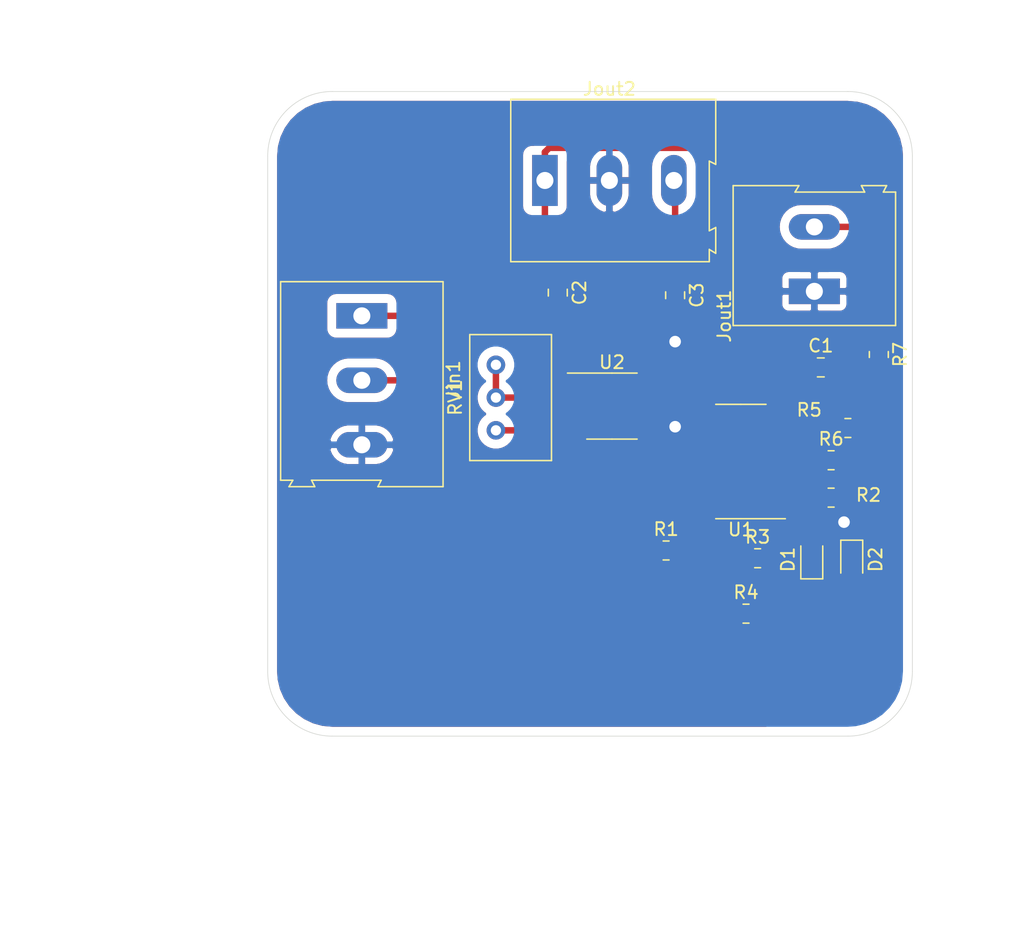
<source format=kicad_pcb>
(kicad_pcb (version 20171130) (host pcbnew "(5.1.9)-1")

  (general
    (thickness 1.6)
    (drawings 18)
    (tracks 189)
    (zones 0)
    (modules 18)
    (nets 16)
  )

  (page A4)
  (layers
    (0 F.Cu signal)
    (31 B.Cu signal)
    (32 B.Adhes user)
    (33 F.Adhes user)
    (34 B.Paste user)
    (35 F.Paste user)
    (36 B.SilkS user)
    (37 F.SilkS user)
    (38 B.Mask user)
    (39 F.Mask user)
    (40 Dwgs.User user)
    (41 Cmts.User user)
    (42 Eco1.User user)
    (43 Eco2.User user)
    (44 Edge.Cuts user)
    (45 Margin user)
    (46 B.CrtYd user)
    (47 F.CrtYd user)
    (48 B.Fab user)
    (49 F.Fab user)
  )

  (setup
    (last_trace_width 0.5)
    (trace_clearance 0.3)
    (zone_clearance 0.7)
    (zone_45_only no)
    (trace_min 0.2)
    (via_size 0.8)
    (via_drill 0.4)
    (via_min_size 0.4)
    (via_min_drill 0.3)
    (uvia_size 0.3)
    (uvia_drill 0.1)
    (uvias_allowed no)
    (uvia_min_size 0.2)
    (uvia_min_drill 0.1)
    (edge_width 0.05)
    (segment_width 0.2)
    (pcb_text_width 0.3)
    (pcb_text_size 1.5 1.5)
    (mod_edge_width 0.12)
    (mod_text_size 1 1)
    (mod_text_width 0.15)
    (pad_size 1.524 1.524)
    (pad_drill 0.762)
    (pad_to_mask_clearance 0)
    (aux_axis_origin 0 0)
    (visible_elements 7FFFFFFF)
    (pcbplotparams
      (layerselection 0x010fc_ffffffff)
      (usegerberextensions false)
      (usegerberattributes true)
      (usegerberadvancedattributes true)
      (creategerberjobfile true)
      (excludeedgelayer true)
      (linewidth 0.100000)
      (plotframeref false)
      (viasonmask false)
      (mode 1)
      (useauxorigin false)
      (hpglpennumber 1)
      (hpglpenspeed 20)
      (hpglpendiameter 15.000000)
      (psnegative false)
      (psa4output false)
      (plotreference true)
      (plotvalue true)
      (plotinvisibletext false)
      (padsonsilk false)
      (subtractmaskfromsilk false)
      (outputformat 1)
      (mirror false)
      (drillshape 1)
      (scaleselection 1)
      (outputdirectory ""))
  )

  (net 0 "")
  (net 1 "Net-(C1-Pad2)")
  (net 2 /OUT)
  (net 3 /+Vs)
  (net 4 GND)
  (net 5 /-Vs)
  (net 6 "Net-(D1-Pad2)")
  (net 7 "Net-(D1-Pad1)")
  (net 8 "Net-(D2-Pad1)")
  (net 9 /in+)
  (net 10 /in-)
  (net 11 /out1)
  (net 12 "Net-(R2-Pad1)")
  (net 13 "Net-(R6-Pad1)")
  (net 14 "Net-(RV1-Pad1)")
  (net 15 "Net-(RV1-Pad3)")

  (net_class Default "This is the default net class."
    (clearance 0.3)
    (trace_width 0.5)
    (via_dia 0.8)
    (via_drill 0.4)
    (uvia_dia 0.3)
    (uvia_drill 0.1)
  )

  (net_class vcc ""
    (clearance 0.3)
    (trace_width 0.5)
    (via_dia 0.8)
    (via_drill 0.4)
    (uvia_dia 0.3)
    (uvia_drill 0.1)
    (add_net /+Vs)
    (add_net /-Vs)
    (add_net /OUT)
    (add_net /in+)
    (add_net /in-)
    (add_net /out1)
    (add_net GND)
    (add_net "Net-(C1-Pad2)")
    (add_net "Net-(D1-Pad1)")
    (add_net "Net-(D1-Pad2)")
    (add_net "Net-(D2-Pad1)")
    (add_net "Net-(R2-Pad1)")
    (add_net "Net-(R6-Pad1)")
    (add_net "Net-(RV1-Pad1)")
    (add_net "Net-(RV1-Pad3)")
  )

  (module Diode_SMD:D_SOD-323F (layer F.Cu) (tedit 590A48EB) (tstamp 60134BB8)
    (at 86.3 116.3 270)
    (descr "SOD-323F http://www.nxp.com/documents/outline_drawing/SOD323F.pdf")
    (tags SOD-323F)
    (path /602F1EF8)
    (attr smd)
    (fp_text reference D2 (at 0 -1.85 90) (layer F.SilkS)
      (effects (font (size 1 1) (thickness 0.15)))
    )
    (fp_text value DIODE (at 0.1 1.9 90) (layer F.Fab)
      (effects (font (size 1 1) (thickness 0.15)))
    )
    (fp_line (start -1.5 -0.85) (end 1.05 -0.85) (layer F.SilkS) (width 0.12))
    (fp_line (start -1.5 0.85) (end 1.05 0.85) (layer F.SilkS) (width 0.12))
    (fp_line (start -1.6 -0.95) (end -1.6 0.95) (layer F.CrtYd) (width 0.05))
    (fp_line (start -1.6 0.95) (end 1.6 0.95) (layer F.CrtYd) (width 0.05))
    (fp_line (start 1.6 -0.95) (end 1.6 0.95) (layer F.CrtYd) (width 0.05))
    (fp_line (start -1.6 -0.95) (end 1.6 -0.95) (layer F.CrtYd) (width 0.05))
    (fp_line (start -0.9 -0.7) (end 0.9 -0.7) (layer F.Fab) (width 0.1))
    (fp_line (start 0.9 -0.7) (end 0.9 0.7) (layer F.Fab) (width 0.1))
    (fp_line (start 0.9 0.7) (end -0.9 0.7) (layer F.Fab) (width 0.1))
    (fp_line (start -0.9 0.7) (end -0.9 -0.7) (layer F.Fab) (width 0.1))
    (fp_line (start -0.3 -0.35) (end -0.3 0.35) (layer F.Fab) (width 0.1))
    (fp_line (start -0.3 0) (end -0.5 0) (layer F.Fab) (width 0.1))
    (fp_line (start -0.3 0) (end 0.2 -0.35) (layer F.Fab) (width 0.1))
    (fp_line (start 0.2 -0.35) (end 0.2 0.35) (layer F.Fab) (width 0.1))
    (fp_line (start 0.2 0.35) (end -0.3 0) (layer F.Fab) (width 0.1))
    (fp_line (start 0.2 0) (end 0.45 0) (layer F.Fab) (width 0.1))
    (fp_line (start -1.5 -0.85) (end -1.5 0.85) (layer F.SilkS) (width 0.12))
    (fp_text user %R (at 0 -1.85 90) (layer F.Fab)
      (effects (font (size 1 1) (thickness 0.15)))
    )
    (pad 1 smd rect (at -1.1 0 270) (size 0.5 0.5) (layers F.Cu F.Paste F.Mask)
      (net 8 "Net-(D2-Pad1)"))
    (pad 2 smd rect (at 1.1 0 270) (size 0.5 0.5) (layers F.Cu F.Paste F.Mask)
      (net 7 "Net-(D1-Pad1)"))
    (model ${KISYS3DMOD}/Diode_SMD.3dshapes/D_SOD-323F.wrl
      (at (xyz 0 0 0))
      (scale (xyz 1 1 1))
      (rotate (xyz 0 0 0))
    )
  )

  (module Capacitor_SMD:C_0805_2012Metric_Pad1.18x1.45mm_HandSolder (layer F.Cu) (tedit 5F68FEEF) (tstamp 6013461A)
    (at 83.9 101.4)
    (descr "Capacitor SMD 0805 (2012 Metric), square (rectangular) end terminal, IPC_7351 nominal with elongated pad for handsoldering. (Body size source: IPC-SM-782 page 76, https://www.pcb-3d.com/wordpress/wp-content/uploads/ipc-sm-782a_amendment_1_and_2.pdf, https://docs.google.com/spreadsheets/d/1BsfQQcO9C6DZCsRaXUlFlo91Tg2WpOkGARC1WS5S8t0/edit?usp=sharing), generated with kicad-footprint-generator")
    (tags "capacitor handsolder")
    (path /602F1EBF)
    (attr smd)
    (fp_text reference C1 (at 0 -1.68) (layer F.SilkS)
      (effects (font (size 1 1) (thickness 0.15)))
    )
    (fp_text value "10 μ " (at 0 1.68) (layer F.Fab)
      (effects (font (size 1 1) (thickness 0.15)))
    )
    (fp_text user %R (at 0 0) (layer F.Fab)
      (effects (font (size 0.5 0.5) (thickness 0.08)))
    )
    (fp_line (start -1 0.625) (end -1 -0.625) (layer F.Fab) (width 0.1))
    (fp_line (start -1 -0.625) (end 1 -0.625) (layer F.Fab) (width 0.1))
    (fp_line (start 1 -0.625) (end 1 0.625) (layer F.Fab) (width 0.1))
    (fp_line (start 1 0.625) (end -1 0.625) (layer F.Fab) (width 0.1))
    (fp_line (start -0.261252 -0.735) (end 0.261252 -0.735) (layer F.SilkS) (width 0.12))
    (fp_line (start -0.261252 0.735) (end 0.261252 0.735) (layer F.SilkS) (width 0.12))
    (fp_line (start -1.88 0.98) (end -1.88 -0.98) (layer F.CrtYd) (width 0.05))
    (fp_line (start -1.88 -0.98) (end 1.88 -0.98) (layer F.CrtYd) (width 0.05))
    (fp_line (start 1.88 -0.98) (end 1.88 0.98) (layer F.CrtYd) (width 0.05))
    (fp_line (start 1.88 0.98) (end -1.88 0.98) (layer F.CrtYd) (width 0.05))
    (pad 2 smd roundrect (at 1.0375 0) (size 1.175 1.45) (layers F.Cu F.Paste F.Mask) (roundrect_rratio 0.212766)
      (net 1 "Net-(C1-Pad2)"))
    (pad 1 smd roundrect (at -1.0375 0) (size 1.175 1.45) (layers F.Cu F.Paste F.Mask) (roundrect_rratio 0.212766)
      (net 2 /OUT))
    (model ${KISYS3DMOD}/Capacitor_SMD.3dshapes/C_0805_2012Metric.wrl
      (at (xyz 0 0 0))
      (scale (xyz 1 1 1))
      (rotate (xyz 0 0 0))
    )
  )

  (module Capacitor_SMD:C_0805_2012Metric_Pad1.18x1.45mm_HandSolder (layer F.Cu) (tedit 5F68FEEF) (tstamp 60134A97)
    (at 63.5 95.6 270)
    (descr "Capacitor SMD 0805 (2012 Metric), square (rectangular) end terminal, IPC_7351 nominal with elongated pad for handsoldering. (Body size source: IPC-SM-782 page 76, https://www.pcb-3d.com/wordpress/wp-content/uploads/ipc-sm-782a_amendment_1_and_2.pdf, https://docs.google.com/spreadsheets/d/1BsfQQcO9C6DZCsRaXUlFlo91Tg2WpOkGARC1WS5S8t0/edit?usp=sharing), generated with kicad-footprint-generator")
    (tags "capacitor handsolder")
    (path /601E5B1F)
    (attr smd)
    (fp_text reference C2 (at 0 -1.68 90) (layer F.SilkS)
      (effects (font (size 1 1) (thickness 0.15)))
    )
    (fp_text value "0.1μ " (at 0 1.68 90) (layer F.Fab)
      (effects (font (size 1 1) (thickness 0.15)))
    )
    (fp_line (start 1.88 0.98) (end -1.88 0.98) (layer F.CrtYd) (width 0.05))
    (fp_line (start 1.88 -0.98) (end 1.88 0.98) (layer F.CrtYd) (width 0.05))
    (fp_line (start -1.88 -0.98) (end 1.88 -0.98) (layer F.CrtYd) (width 0.05))
    (fp_line (start -1.88 0.98) (end -1.88 -0.98) (layer F.CrtYd) (width 0.05))
    (fp_line (start -0.261252 0.735) (end 0.261252 0.735) (layer F.SilkS) (width 0.12))
    (fp_line (start -0.261252 -0.735) (end 0.261252 -0.735) (layer F.SilkS) (width 0.12))
    (fp_line (start 1 0.625) (end -1 0.625) (layer F.Fab) (width 0.1))
    (fp_line (start 1 -0.625) (end 1 0.625) (layer F.Fab) (width 0.1))
    (fp_line (start -1 -0.625) (end 1 -0.625) (layer F.Fab) (width 0.1))
    (fp_line (start -1 0.625) (end -1 -0.625) (layer F.Fab) (width 0.1))
    (fp_text user %R (at 0 0 90) (layer F.Fab)
      (effects (font (size 0.5 0.5) (thickness 0.08)))
    )
    (pad 1 smd roundrect (at -1.0375 0 270) (size 1.175 1.45) (layers F.Cu F.Paste F.Mask) (roundrect_rratio 0.212766)
      (net 3 /+Vs))
    (pad 2 smd roundrect (at 1.0375 0 270) (size 1.175 1.45) (layers F.Cu F.Paste F.Mask) (roundrect_rratio 0.212766)
      (net 4 GND))
    (model ${KISYS3DMOD}/Capacitor_SMD.3dshapes/C_0805_2012Metric.wrl
      (at (xyz 0 0 0))
      (scale (xyz 1 1 1))
      (rotate (xyz 0 0 0))
    )
  )

  (module Capacitor_SMD:C_0805_2012Metric_Pad1.18x1.45mm_HandSolder (layer F.Cu) (tedit 5F68FEEF) (tstamp 60134A67)
    (at 72.6 95.8 270)
    (descr "Capacitor SMD 0805 (2012 Metric), square (rectangular) end terminal, IPC_7351 nominal with elongated pad for handsoldering. (Body size source: IPC-SM-782 page 76, https://www.pcb-3d.com/wordpress/wp-content/uploads/ipc-sm-782a_amendment_1_and_2.pdf, https://docs.google.com/spreadsheets/d/1BsfQQcO9C6DZCsRaXUlFlo91Tg2WpOkGARC1WS5S8t0/edit?usp=sharing), generated with kicad-footprint-generator")
    (tags "capacitor handsolder")
    (path /601E5B16)
    (attr smd)
    (fp_text reference C3 (at 0 -1.68 90) (layer F.SilkS)
      (effects (font (size 1 1) (thickness 0.15)))
    )
    (fp_text value "0.1μ " (at 0 1.68 90) (layer F.Fab)
      (effects (font (size 1 1) (thickness 0.15)))
    )
    (fp_line (start 1.88 0.98) (end -1.88 0.98) (layer F.CrtYd) (width 0.05))
    (fp_line (start 1.88 -0.98) (end 1.88 0.98) (layer F.CrtYd) (width 0.05))
    (fp_line (start -1.88 -0.98) (end 1.88 -0.98) (layer F.CrtYd) (width 0.05))
    (fp_line (start -1.88 0.98) (end -1.88 -0.98) (layer F.CrtYd) (width 0.05))
    (fp_line (start -0.261252 0.735) (end 0.261252 0.735) (layer F.SilkS) (width 0.12))
    (fp_line (start -0.261252 -0.735) (end 0.261252 -0.735) (layer F.SilkS) (width 0.12))
    (fp_line (start 1 0.625) (end -1 0.625) (layer F.Fab) (width 0.1))
    (fp_line (start 1 -0.625) (end 1 0.625) (layer F.Fab) (width 0.1))
    (fp_line (start -1 -0.625) (end 1 -0.625) (layer F.Fab) (width 0.1))
    (fp_line (start -1 0.625) (end -1 -0.625) (layer F.Fab) (width 0.1))
    (fp_text user %R (at 0 0 90) (layer F.Fab)
      (effects (font (size 0.5 0.5) (thickness 0.08)))
    )
    (pad 1 smd roundrect (at -1.0375 0 270) (size 1.175 1.45) (layers F.Cu F.Paste F.Mask) (roundrect_rratio 0.212766)
      (net 5 /-Vs))
    (pad 2 smd roundrect (at 1.0375 0 270) (size 1.175 1.45) (layers F.Cu F.Paste F.Mask) (roundrect_rratio 0.212766)
      (net 4 GND))
    (model ${KISYS3DMOD}/Capacitor_SMD.3dshapes/C_0805_2012Metric.wrl
      (at (xyz 0 0 0))
      (scale (xyz 1 1 1))
      (rotate (xyz 0 0 0))
    )
  )

  (module Diode_SMD:D_SOD-323F (layer F.Cu) (tedit 590A48EB) (tstamp 60134867)
    (at 83.2 116.3 90)
    (descr "SOD-323F http://www.nxp.com/documents/outline_drawing/SOD323F.pdf")
    (tags SOD-323F)
    (path /602F1EFE)
    (attr smd)
    (fp_text reference D1 (at 0 -1.85 90) (layer F.SilkS)
      (effects (font (size 1 1) (thickness 0.15)))
    )
    (fp_text value DIODE (at 0.1 1.9 90) (layer F.Fab)
      (effects (font (size 1 1) (thickness 0.15)))
    )
    (fp_text user %R (at 0 -1.85 90) (layer F.Fab)
      (effects (font (size 1 1) (thickness 0.15)))
    )
    (fp_line (start -1.5 -0.85) (end -1.5 0.85) (layer F.SilkS) (width 0.12))
    (fp_line (start 0.2 0) (end 0.45 0) (layer F.Fab) (width 0.1))
    (fp_line (start 0.2 0.35) (end -0.3 0) (layer F.Fab) (width 0.1))
    (fp_line (start 0.2 -0.35) (end 0.2 0.35) (layer F.Fab) (width 0.1))
    (fp_line (start -0.3 0) (end 0.2 -0.35) (layer F.Fab) (width 0.1))
    (fp_line (start -0.3 0) (end -0.5 0) (layer F.Fab) (width 0.1))
    (fp_line (start -0.3 -0.35) (end -0.3 0.35) (layer F.Fab) (width 0.1))
    (fp_line (start -0.9 0.7) (end -0.9 -0.7) (layer F.Fab) (width 0.1))
    (fp_line (start 0.9 0.7) (end -0.9 0.7) (layer F.Fab) (width 0.1))
    (fp_line (start 0.9 -0.7) (end 0.9 0.7) (layer F.Fab) (width 0.1))
    (fp_line (start -0.9 -0.7) (end 0.9 -0.7) (layer F.Fab) (width 0.1))
    (fp_line (start -1.6 -0.95) (end 1.6 -0.95) (layer F.CrtYd) (width 0.05))
    (fp_line (start 1.6 -0.95) (end 1.6 0.95) (layer F.CrtYd) (width 0.05))
    (fp_line (start -1.6 0.95) (end 1.6 0.95) (layer F.CrtYd) (width 0.05))
    (fp_line (start -1.6 -0.95) (end -1.6 0.95) (layer F.CrtYd) (width 0.05))
    (fp_line (start -1.5 0.85) (end 1.05 0.85) (layer F.SilkS) (width 0.12))
    (fp_line (start -1.5 -0.85) (end 1.05 -0.85) (layer F.SilkS) (width 0.12))
    (pad 2 smd rect (at 1.1 0 90) (size 0.5 0.5) (layers F.Cu F.Paste F.Mask)
      (net 6 "Net-(D1-Pad2)"))
    (pad 1 smd rect (at -1.1 0 90) (size 0.5 0.5) (layers F.Cu F.Paste F.Mask)
      (net 7 "Net-(D1-Pad1)"))
    (model ${KISYS3DMOD}/Diode_SMD.3dshapes/D_SOD-323F.wrl
      (at (xyz 0 0 0))
      (scale (xyz 1 1 1))
      (rotate (xyz 0 0 0))
    )
  )

  (module TerminalBlock:TerminalBlock_Altech_AK300-3_P5.00mm (layer F.Cu) (tedit 59FF0306) (tstamp 60133B00)
    (at 48.3 97.4 270)
    (descr "Altech AK300 terminal block, pitch 5.0mm, 45 degree angled, see http://www.mouser.com/ds/2/16/PCBMETRC-24178.pdf")
    (tags "Altech AK300 terminal block pitch 5.0mm")
    (path /602A22A8)
    (fp_text reference Jin1 (at 5 -7.1 90) (layer F.SilkS)
      (effects (font (size 1 1) (thickness 0.15)))
    )
    (fp_text value Screw_Terminal_01x03 (at 4.95 7.3 90) (layer F.Fab)
      (effects (font (size 1 1) (thickness 0.15)))
    )
    (fp_arc (start -1.16 -4.66) (end -1.44 -4.14) (angle 104.2) (layer F.Fab) (width 0.1))
    (fp_arc (start -0.04 -3.72) (end -1.64 -5.01) (angle 100) (layer F.Fab) (width 0.1))
    (fp_arc (start 0.04 -6.08) (end 1.5 -4.13) (angle 75.5) (layer F.Fab) (width 0.1))
    (fp_arc (start 1 -4.6) (end 1.51 -5.06) (angle 90.5) (layer F.Fab) (width 0.1))
    (fp_arc (start 3.85 -4.66) (end 3.56 -4.14) (angle 104.2) (layer F.Fab) (width 0.1))
    (fp_arc (start 4.96 -3.72) (end 3.36 -5.01) (angle 100) (layer F.Fab) (width 0.1))
    (fp_arc (start 5.04 -6.08) (end 6.5 -4.13) (angle 75.5) (layer F.Fab) (width 0.1))
    (fp_arc (start 6.01 -4.6) (end 6.51 -5.06) (angle 90.5) (layer F.Fab) (width 0.1))
    (fp_arc (start 11.09 -4.6) (end 11.59 -5.06) (angle 90.5) (layer F.Fab) (width 0.1))
    (fp_arc (start 10.12 -6.08) (end 11.58 -4.13) (angle 75.5) (layer F.Fab) (width 0.1))
    (fp_arc (start 10.04 -3.72) (end 8.44 -5.01) (angle 100) (layer F.Fab) (width 0.1))
    (fp_arc (start 8.93 -4.66) (end 8.64 -4.14) (angle 104.2) (layer F.Fab) (width 0.1))
    (fp_text user %R (at 5 -2 90) (layer F.Fab)
      (effects (font (size 1 1) (thickness 0.15)))
    )
    (fp_line (start -2.65 -6.3) (end -2.65 6.3) (layer F.SilkS) (width 0.12))
    (fp_line (start -2.65 6.3) (end 12.75 6.3) (layer F.SilkS) (width 0.12))
    (fp_line (start 12.75 6.3) (end 12.75 5.35) (layer F.SilkS) (width 0.12))
    (fp_line (start 12.75 5.35) (end 13.25 5.65) (layer F.SilkS) (width 0.12))
    (fp_line (start 13.25 5.65) (end 13.25 3.65) (layer F.SilkS) (width 0.12))
    (fp_line (start 13.25 3.65) (end 12.75 3.9) (layer F.SilkS) (width 0.12))
    (fp_line (start 12.75 3.9) (end 12.75 -1.5) (layer F.SilkS) (width 0.12))
    (fp_line (start 12.75 -1.5) (end 13.25 -1.25) (layer F.SilkS) (width 0.12))
    (fp_line (start 13.25 -1.25) (end 13.25 -6.3) (layer F.SilkS) (width 0.12))
    (fp_line (start 13.25 -6.3) (end -2.65 -6.3) (layer F.SilkS) (width 0.12))
    (fp_line (start 12.66 -0.65) (end -2.52 -0.65) (layer F.Fab) (width 0.1))
    (fp_line (start 8.02 3.99) (end 8.02 -0.26) (layer F.Fab) (width 0.1))
    (fp_line (start 12.09 6.21) (end 7.58 6.21) (layer F.Fab) (width 0.1))
    (fp_line (start 7.58 -3.19) (end 12.6 -3.19) (layer F.Fab) (width 0.1))
    (fp_line (start -2.58 -6.23) (end 12.66 -6.23) (layer F.Fab) (width 0.1))
    (fp_line (start 8.42 -0.26) (end 11.72 -0.26) (layer F.Fab) (width 0.1))
    (fp_line (start 8.04 -0.26) (end 8.42 -0.26) (layer F.Fab) (width 0.1))
    (fp_line (start 12.1 -0.26) (end 11.72 -0.26) (layer F.Fab) (width 0.1))
    (fp_line (start 8.57 -4.33) (end 11.62 -4.96) (layer F.Fab) (width 0.1))
    (fp_line (start 8.44 -4.46) (end 11.49 -5.09) (layer F.Fab) (width 0.1))
    (fp_line (start 12.1 -3.44) (end 8.04 -3.44) (layer F.Fab) (width 0.1))
    (fp_line (start 12.1 -5.98) (end 12.1 -3.44) (layer F.Fab) (width 0.1))
    (fp_line (start 8.04 -5.98) (end 12.1 -5.98) (layer F.Fab) (width 0.1))
    (fp_line (start 8.04 -3.44) (end 8.04 -5.98) (layer F.Fab) (width 0.1))
    (fp_line (start 12.66 -3.19) (end 12.66 -1.66) (layer F.Fab) (width 0.1))
    (fp_line (start 12.66 -0.65) (end 12.66 4.05) (layer F.Fab) (width 0.1))
    (fp_line (start 12.66 -1.66) (end 12.66 -0.65) (layer F.Fab) (width 0.1))
    (fp_line (start 11.72 0.5) (end 11.34 0.5) (layer F.Fab) (width 0.1))
    (fp_line (start 8.42 0.5) (end 8.8 0.5) (layer F.Fab) (width 0.1))
    (fp_line (start 8.42 3.67) (end 8.42 0.5) (layer F.Fab) (width 0.1))
    (fp_line (start 11.72 3.67) (end 8.42 3.67) (layer F.Fab) (width 0.1))
    (fp_line (start 11.72 3.67) (end 11.72 0.5) (layer F.Fab) (width 0.1))
    (fp_line (start 12.1 4.31) (end 12.1 6.21) (layer F.Fab) (width 0.1))
    (fp_line (start 8.04 4.31) (end 12.1 4.31) (layer F.Fab) (width 0.1))
    (fp_line (start 12.1 6.21) (end 12.66 6.21) (layer F.Fab) (width 0.1))
    (fp_line (start 12.1 -0.26) (end 12.1 4.31) (layer F.Fab) (width 0.1))
    (fp_line (start 8.04 6.21) (end 8.04 4.31) (layer F.Fab) (width 0.1))
    (fp_line (start 13.17 3.8) (end 13.17 5.45) (layer F.Fab) (width 0.1))
    (fp_line (start 12.66 4.05) (end 12.66 5.2) (layer F.Fab) (width 0.1))
    (fp_line (start 13.17 3.8) (end 12.66 4.05) (layer F.Fab) (width 0.1))
    (fp_line (start 12.66 5.2) (end 12.66 6.21) (layer F.Fab) (width 0.1))
    (fp_line (start 13.17 5.45) (end 12.66 5.2) (layer F.Fab) (width 0.1))
    (fp_line (start 13.17 -1.41) (end 12.66 -1.66) (layer F.Fab) (width 0.1))
    (fp_line (start 13.17 -6.23) (end 13.17 -1.41) (layer F.Fab) (width 0.1))
    (fp_line (start 12.66 -6.23) (end 13.17 -6.23) (layer F.Fab) (width 0.1))
    (fp_line (start 12.66 -6.23) (end 12.66 -3.19) (layer F.Fab) (width 0.1))
    (fp_line (start 8.8 2.53) (end 8.8 -0.26) (layer F.Fab) (width 0.1))
    (fp_line (start 8.8 -0.26) (end 11.34 -0.26) (layer F.Fab) (width 0.1))
    (fp_line (start 11.34 2.53) (end 11.34 -0.26) (layer F.Fab) (width 0.1))
    (fp_line (start 8.8 2.53) (end 11.34 2.53) (layer F.Fab) (width 0.1))
    (fp_line (start -1.28 2.53) (end 1.26 2.53) (layer F.Fab) (width 0.1))
    (fp_line (start 1.26 2.53) (end 1.26 -0.26) (layer F.Fab) (width 0.1))
    (fp_line (start -1.28 -0.26) (end 1.26 -0.26) (layer F.Fab) (width 0.1))
    (fp_line (start -1.28 2.53) (end -1.28 -0.26) (layer F.Fab) (width 0.1))
    (fp_line (start 3.72 2.53) (end 6.26 2.53) (layer F.Fab) (width 0.1))
    (fp_line (start 6.26 2.53) (end 6.26 -0.26) (layer F.Fab) (width 0.1))
    (fp_line (start 3.72 -0.26) (end 6.26 -0.26) (layer F.Fab) (width 0.1))
    (fp_line (start 3.72 2.53) (end 3.72 -0.26) (layer F.Fab) (width 0.1))
    (fp_line (start 8.02 5.2) (end 8.02 6.21) (layer F.Fab) (width 0.1))
    (fp_line (start 8.02 4.05) (end 8.02 5.2) (layer F.Fab) (width 0.1))
    (fp_line (start 2.96 6.21) (end 2.96 4.31) (layer F.Fab) (width 0.1))
    (fp_line (start 7.02 -0.26) (end 7.02 4.31) (layer F.Fab) (width 0.1))
    (fp_line (start 2.96 6.21) (end 7.02 6.21) (layer F.Fab) (width 0.1))
    (fp_line (start 7.02 6.21) (end 7.58 6.21) (layer F.Fab) (width 0.1))
    (fp_line (start 2.02 6.21) (end 2.02 4.31) (layer F.Fab) (width 0.1))
    (fp_line (start 2.02 6.21) (end 2.96 6.21) (layer F.Fab) (width 0.1))
    (fp_line (start -2.05 -0.26) (end -2.05 4.31) (layer F.Fab) (width 0.1))
    (fp_line (start -2.58 6.21) (end -2.05 6.21) (layer F.Fab) (width 0.1))
    (fp_line (start -2.05 6.21) (end 2.02 6.21) (layer F.Fab) (width 0.1))
    (fp_line (start 2.96 4.31) (end 7.02 4.31) (layer F.Fab) (width 0.1))
    (fp_line (start 2.96 4.31) (end 2.96 -0.26) (layer F.Fab) (width 0.1))
    (fp_line (start 7.02 4.31) (end 7.02 6.21) (layer F.Fab) (width 0.1))
    (fp_line (start 2.02 4.31) (end -2.05 4.31) (layer F.Fab) (width 0.1))
    (fp_line (start 2.02 4.31) (end 2.02 -0.26) (layer F.Fab) (width 0.1))
    (fp_line (start -2.05 4.31) (end -2.05 6.21) (layer F.Fab) (width 0.1))
    (fp_line (start 6.64 3.67) (end 6.64 0.5) (layer F.Fab) (width 0.1))
    (fp_line (start 6.64 3.67) (end 3.34 3.67) (layer F.Fab) (width 0.1))
    (fp_line (start 3.34 3.67) (end 3.34 0.5) (layer F.Fab) (width 0.1))
    (fp_line (start 1.64 3.67) (end 1.64 0.5) (layer F.Fab) (width 0.1))
    (fp_line (start 1.64 3.67) (end -1.67 3.67) (layer F.Fab) (width 0.1))
    (fp_line (start -1.67 3.67) (end -1.67 0.5) (layer F.Fab) (width 0.1))
    (fp_line (start -1.67 0.5) (end -1.28 0.5) (layer F.Fab) (width 0.1))
    (fp_line (start 1.64 0.5) (end 1.26 0.5) (layer F.Fab) (width 0.1))
    (fp_line (start 3.34 0.5) (end 3.72 0.5) (layer F.Fab) (width 0.1))
    (fp_line (start 6.64 0.5) (end 6.26 0.5) (layer F.Fab) (width 0.1))
    (fp_line (start -2.58 6.21) (end -2.58 -0.65) (layer F.Fab) (width 0.1))
    (fp_line (start -2.58 -0.65) (end -2.58 -3.19) (layer F.Fab) (width 0.1))
    (fp_line (start -2.58 -3.19) (end 7.58 -3.19) (layer F.Fab) (width 0.1))
    (fp_line (start -2.58 -3.19) (end -2.58 -6.23) (layer F.Fab) (width 0.1))
    (fp_line (start 2.96 -3.44) (end 2.96 -5.98) (layer F.Fab) (width 0.1))
    (fp_line (start 2.96 -5.98) (end 7.02 -5.98) (layer F.Fab) (width 0.1))
    (fp_line (start 7.02 -5.98) (end 7.02 -3.44) (layer F.Fab) (width 0.1))
    (fp_line (start 7.02 -3.44) (end 2.96 -3.44) (layer F.Fab) (width 0.1))
    (fp_line (start 2.02 -3.44) (end 2.02 -5.98) (layer F.Fab) (width 0.1))
    (fp_line (start 2.02 -3.44) (end -2.05 -3.44) (layer F.Fab) (width 0.1))
    (fp_line (start -2.05 -3.44) (end -2.05 -5.98) (layer F.Fab) (width 0.1))
    (fp_line (start 2.02 -5.98) (end -2.05 -5.98) (layer F.Fab) (width 0.1))
    (fp_line (start 3.36 -4.46) (end 6.41 -5.09) (layer F.Fab) (width 0.1))
    (fp_line (start 3.49 -4.33) (end 6.54 -4.96) (layer F.Fab) (width 0.1))
    (fp_line (start -1.64 -4.46) (end 1.41 -5.09) (layer F.Fab) (width 0.1))
    (fp_line (start -1.51 -4.33) (end 1.53 -4.96) (layer F.Fab) (width 0.1))
    (fp_line (start -2.05 -0.26) (end -1.67 -0.26) (layer F.Fab) (width 0.1))
    (fp_line (start 2.02 -0.26) (end 1.64 -0.26) (layer F.Fab) (width 0.1))
    (fp_line (start 1.64 -0.26) (end -1.67 -0.26) (layer F.Fab) (width 0.1))
    (fp_line (start 7.02 -0.26) (end 6.64 -0.26) (layer F.Fab) (width 0.1))
    (fp_line (start 2.96 -0.26) (end 3.34 -0.26) (layer F.Fab) (width 0.1))
    (fp_line (start 3.34 -0.26) (end 6.64 -0.26) (layer F.Fab) (width 0.1))
    (fp_line (start -2.83 -6.48) (end 13.42 -6.48) (layer F.CrtYd) (width 0.05))
    (fp_line (start -2.83 -6.48) (end -2.83 6.46) (layer F.CrtYd) (width 0.05))
    (fp_line (start 13.42 6.46) (end 13.42 -6.48) (layer F.CrtYd) (width 0.05))
    (fp_line (start 13.42 6.46) (end -2.83 6.46) (layer F.CrtYd) (width 0.05))
    (pad 3 thru_hole oval (at 10 0 270) (size 1.98 3.96) (drill 1.32) (layers *.Cu *.Mask)
      (net 4 GND))
    (pad 2 thru_hole oval (at 5 0 270) (size 1.98 3.96) (drill 1.32) (layers *.Cu *.Mask)
      (net 10 /in-))
    (pad 1 thru_hole rect (at 0 0 270) (size 1.98 3.96) (drill 1.32) (layers *.Cu *.Mask)
      (net 9 /in+))
    (model ${KISYS3DMOD}/TerminalBlock.3dshapes/TerminalBlock_Altech_AK300-3_P5.00mm.wrl
      (at (xyz 0 0 0))
      (scale (xyz 1 1 1))
      (rotate (xyz 0 0 0))
    )
  )

  (module TerminalBlock:TerminalBlock_Altech_AK300-2_P5.00mm (layer F.Cu) (tedit 59FF0306) (tstamp 6013498B)
    (at 83.4 95.5 90)
    (descr "Altech AK300 terminal block, pitch 5.0mm, 45 degree angled, see http://www.mouser.com/ds/2/16/PCBMETRC-24178.pdf")
    (tags "Altech AK300 terminal block pitch 5.0mm")
    (path /6021CFFA)
    (fp_text reference Jout1 (at -1.92 -6.99 90) (layer F.SilkS)
      (effects (font (size 1 1) (thickness 0.15)))
    )
    (fp_text value Screw_Terminal_01x02 (at 2.78 7.75 90) (layer F.Fab)
      (effects (font (size 1 1) (thickness 0.15)))
    )
    (fp_line (start 8.36 6.47) (end -2.83 6.47) (layer F.CrtYd) (width 0.05))
    (fp_line (start 8.36 6.47) (end 8.36 -6.47) (layer F.CrtYd) (width 0.05))
    (fp_line (start -2.83 -6.47) (end -2.83 6.47) (layer F.CrtYd) (width 0.05))
    (fp_line (start -2.83 -6.47) (end 8.36 -6.47) (layer F.CrtYd) (width 0.05))
    (fp_line (start 3.36 -0.25) (end 6.67 -0.25) (layer F.Fab) (width 0.1))
    (fp_line (start 2.98 -0.25) (end 3.36 -0.25) (layer F.Fab) (width 0.1))
    (fp_line (start 7.05 -0.25) (end 6.67 -0.25) (layer F.Fab) (width 0.1))
    (fp_line (start 6.67 -0.64) (end 3.36 -0.64) (layer F.Fab) (width 0.1))
    (fp_line (start 7.61 -0.64) (end 6.67 -0.64) (layer F.Fab) (width 0.1))
    (fp_line (start 1.66 -0.64) (end 3.36 -0.64) (layer F.Fab) (width 0.1))
    (fp_line (start -1.64 -0.64) (end 1.66 -0.64) (layer F.Fab) (width 0.1))
    (fp_line (start -2.58 -0.64) (end -1.64 -0.64) (layer F.Fab) (width 0.1))
    (fp_line (start 1.66 -0.25) (end -1.64 -0.25) (layer F.Fab) (width 0.1))
    (fp_line (start 2.04 -0.25) (end 1.66 -0.25) (layer F.Fab) (width 0.1))
    (fp_line (start -2.02 -0.25) (end -1.64 -0.25) (layer F.Fab) (width 0.1))
    (fp_line (start -1.49 -4.32) (end 1.56 -4.95) (layer F.Fab) (width 0.1))
    (fp_line (start -1.62 -4.45) (end 1.44 -5.08) (layer F.Fab) (width 0.1))
    (fp_line (start 3.52 -4.32) (end 6.56 -4.95) (layer F.Fab) (width 0.1))
    (fp_line (start 3.39 -4.45) (end 6.44 -5.08) (layer F.Fab) (width 0.1))
    (fp_line (start 2.04 -5.97) (end -2.02 -5.97) (layer F.Fab) (width 0.1))
    (fp_line (start -2.02 -3.43) (end -2.02 -5.97) (layer F.Fab) (width 0.1))
    (fp_line (start 2.04 -3.43) (end -2.02 -3.43) (layer F.Fab) (width 0.1))
    (fp_line (start 2.04 -3.43) (end 2.04 -5.97) (layer F.Fab) (width 0.1))
    (fp_line (start 7.05 -3.43) (end 2.98 -3.43) (layer F.Fab) (width 0.1))
    (fp_line (start 7.05 -5.97) (end 7.05 -3.43) (layer F.Fab) (width 0.1))
    (fp_line (start 2.98 -5.97) (end 7.05 -5.97) (layer F.Fab) (width 0.1))
    (fp_line (start 2.98 -3.43) (end 2.98 -5.97) (layer F.Fab) (width 0.1))
    (fp_line (start 7.61 -3.17) (end 7.61 -1.65) (layer F.Fab) (width 0.1))
    (fp_line (start -2.58 -3.17) (end -2.58 -6.22) (layer F.Fab) (width 0.1))
    (fp_line (start -2.58 -3.17) (end 7.61 -3.17) (layer F.Fab) (width 0.1))
    (fp_line (start 7.61 -0.64) (end 7.61 4.06) (layer F.Fab) (width 0.1))
    (fp_line (start 7.61 -1.65) (end 7.61 -0.64) (layer F.Fab) (width 0.1))
    (fp_line (start -2.58 -0.64) (end -2.58 -3.17) (layer F.Fab) (width 0.1))
    (fp_line (start -2.58 6.22) (end -2.58 -0.64) (layer F.Fab) (width 0.1))
    (fp_line (start 6.67 0.51) (end 6.28 0.51) (layer F.Fab) (width 0.1))
    (fp_line (start 3.36 0.51) (end 3.74 0.51) (layer F.Fab) (width 0.1))
    (fp_line (start 1.66 0.51) (end 1.28 0.51) (layer F.Fab) (width 0.1))
    (fp_line (start -1.64 0.51) (end -1.26 0.51) (layer F.Fab) (width 0.1))
    (fp_line (start -1.64 3.68) (end -1.64 0.51) (layer F.Fab) (width 0.1))
    (fp_line (start 1.66 3.68) (end -1.64 3.68) (layer F.Fab) (width 0.1))
    (fp_line (start 1.66 3.68) (end 1.66 0.51) (layer F.Fab) (width 0.1))
    (fp_line (start 3.36 3.68) (end 3.36 0.51) (layer F.Fab) (width 0.1))
    (fp_line (start 6.67 3.68) (end 3.36 3.68) (layer F.Fab) (width 0.1))
    (fp_line (start 6.67 3.68) (end 6.67 0.51) (layer F.Fab) (width 0.1))
    (fp_line (start -2.02 4.32) (end -2.02 6.22) (layer F.Fab) (width 0.1))
    (fp_line (start 2.04 4.32) (end 2.04 -0.25) (layer F.Fab) (width 0.1))
    (fp_line (start 2.04 4.32) (end -2.02 4.32) (layer F.Fab) (width 0.1))
    (fp_line (start 7.05 4.32) (end 7.05 6.22) (layer F.Fab) (width 0.1))
    (fp_line (start 2.98 4.32) (end 2.98 -0.25) (layer F.Fab) (width 0.1))
    (fp_line (start 2.98 4.32) (end 7.05 4.32) (layer F.Fab) (width 0.1))
    (fp_line (start -2.02 6.22) (end 2.04 6.22) (layer F.Fab) (width 0.1))
    (fp_line (start -2.58 6.22) (end -2.02 6.22) (layer F.Fab) (width 0.1))
    (fp_line (start -2.02 -0.25) (end -2.02 4.32) (layer F.Fab) (width 0.1))
    (fp_line (start 2.04 6.22) (end 2.98 6.22) (layer F.Fab) (width 0.1))
    (fp_line (start 2.04 6.22) (end 2.04 4.32) (layer F.Fab) (width 0.1))
    (fp_line (start 7.05 6.22) (end 7.61 6.22) (layer F.Fab) (width 0.1))
    (fp_line (start 2.98 6.22) (end 7.05 6.22) (layer F.Fab) (width 0.1))
    (fp_line (start 7.05 -0.25) (end 7.05 4.32) (layer F.Fab) (width 0.1))
    (fp_line (start 2.98 6.22) (end 2.98 4.32) (layer F.Fab) (width 0.1))
    (fp_line (start 8.11 3.81) (end 8.11 5.46) (layer F.Fab) (width 0.1))
    (fp_line (start 7.61 4.06) (end 7.61 5.21) (layer F.Fab) (width 0.1))
    (fp_line (start 8.11 3.81) (end 7.61 4.06) (layer F.Fab) (width 0.1))
    (fp_line (start 7.61 5.21) (end 7.61 6.22) (layer F.Fab) (width 0.1))
    (fp_line (start 8.11 5.46) (end 7.61 5.21) (layer F.Fab) (width 0.1))
    (fp_line (start 8.11 -1.4) (end 7.61 -1.65) (layer F.Fab) (width 0.1))
    (fp_line (start 8.11 -6.22) (end 8.11 -1.4) (layer F.Fab) (width 0.1))
    (fp_line (start 7.61 -6.22) (end 8.11 -6.22) (layer F.Fab) (width 0.1))
    (fp_line (start 7.61 -6.22) (end -2.58 -6.22) (layer F.Fab) (width 0.1))
    (fp_line (start 7.61 -6.22) (end 7.61 -3.17) (layer F.Fab) (width 0.1))
    (fp_line (start 3.74 2.54) (end 3.74 -0.25) (layer F.Fab) (width 0.1))
    (fp_line (start 3.74 -0.25) (end 6.28 -0.25) (layer F.Fab) (width 0.1))
    (fp_line (start 6.28 2.54) (end 6.28 -0.25) (layer F.Fab) (width 0.1))
    (fp_line (start 3.74 2.54) (end 6.28 2.54) (layer F.Fab) (width 0.1))
    (fp_line (start -1.26 2.54) (end -1.26 -0.25) (layer F.Fab) (width 0.1))
    (fp_line (start -1.26 -0.25) (end 1.28 -0.25) (layer F.Fab) (width 0.1))
    (fp_line (start 1.28 2.54) (end 1.28 -0.25) (layer F.Fab) (width 0.1))
    (fp_line (start -1.26 2.54) (end 1.28 2.54) (layer F.Fab) (width 0.1))
    (fp_line (start 8.2 -6.3) (end -2.65 -6.3) (layer F.SilkS) (width 0.12))
    (fp_line (start 8.2 -1.2) (end 8.2 -6.3) (layer F.SilkS) (width 0.12))
    (fp_line (start 7.7 -1.5) (end 8.2 -1.2) (layer F.SilkS) (width 0.12))
    (fp_line (start 7.7 3.9) (end 7.7 -1.5) (layer F.SilkS) (width 0.12))
    (fp_line (start 8.2 3.65) (end 7.7 3.9) (layer F.SilkS) (width 0.12))
    (fp_line (start 8.2 3.7) (end 8.2 3.65) (layer F.SilkS) (width 0.12))
    (fp_line (start 8.2 5.6) (end 8.2 3.7) (layer F.SilkS) (width 0.12))
    (fp_line (start 7.7 5.35) (end 8.2 5.6) (layer F.SilkS) (width 0.12))
    (fp_line (start 7.7 6.3) (end 7.7 5.35) (layer F.SilkS) (width 0.12))
    (fp_line (start -2.65 6.3) (end 7.7 6.3) (layer F.SilkS) (width 0.12))
    (fp_line (start -2.65 -6.3) (end -2.65 6.3) (layer F.SilkS) (width 0.12))
    (fp_text user %R (at 2.5 -2 90) (layer F.Fab)
      (effects (font (size 1 1) (thickness 0.15)))
    )
    (fp_arc (start 6.03 -4.59) (end 6.54 -5.05) (angle 90.5) (layer F.Fab) (width 0.1))
    (fp_arc (start 5.07 -6.07) (end 6.53 -4.12) (angle 75.5) (layer F.Fab) (width 0.1))
    (fp_arc (start 4.99 -3.71) (end 3.39 -5) (angle 100) (layer F.Fab) (width 0.1))
    (fp_arc (start 3.87 -4.65) (end 3.58 -4.13) (angle 104.2) (layer F.Fab) (width 0.1))
    (fp_arc (start 1.03 -4.59) (end 1.53 -5.05) (angle 90.5) (layer F.Fab) (width 0.1))
    (fp_arc (start 0.06 -6.07) (end 1.53 -4.12) (angle 75.5) (layer F.Fab) (width 0.1))
    (fp_arc (start -0.01 -3.71) (end -1.62 -5) (angle 100) (layer F.Fab) (width 0.1))
    (fp_arc (start -1.13 -4.65) (end -1.42 -4.13) (angle 104.2) (layer F.Fab) (width 0.1))
    (pad 1 thru_hole rect (at 0 0 90) (size 1.98 3.96) (drill 1.32) (layers *.Cu *.Mask)
      (net 4 GND))
    (pad 2 thru_hole oval (at 5 0 90) (size 1.98 3.96) (drill 1.32) (layers *.Cu *.Mask)
      (net 2 /OUT))
    (model ${KISYS3DMOD}/TerminalBlock.3dshapes/TerminalBlock_Altech_AK300-2_P5.00mm.wrl
      (at (xyz 0 0 0))
      (scale (xyz 1 1 1))
      (rotate (xyz 0 0 0))
    )
  )

  (module TerminalBlock:TerminalBlock_Altech_AK300-3_P5.00mm (layer F.Cu) (tedit 59FF0306) (tstamp 6013474C)
    (at 62.5 86.9)
    (descr "Altech AK300 terminal block, pitch 5.0mm, 45 degree angled, see http://www.mouser.com/ds/2/16/PCBMETRC-24178.pdf")
    (tags "Altech AK300 terminal block pitch 5.0mm")
    (path /6021D4DF)
    (fp_text reference Jout2 (at 5 -7.1) (layer F.SilkS)
      (effects (font (size 1 1) (thickness 0.15)))
    )
    (fp_text value Screw_Terminal_01x03 (at 4.95 7.3) (layer F.Fab)
      (effects (font (size 1 1) (thickness 0.15)))
    )
    (fp_line (start 13.42 6.46) (end -2.83 6.46) (layer F.CrtYd) (width 0.05))
    (fp_line (start 13.42 6.46) (end 13.42 -6.48) (layer F.CrtYd) (width 0.05))
    (fp_line (start -2.83 -6.48) (end -2.83 6.46) (layer F.CrtYd) (width 0.05))
    (fp_line (start -2.83 -6.48) (end 13.42 -6.48) (layer F.CrtYd) (width 0.05))
    (fp_line (start 3.34 -0.26) (end 6.64 -0.26) (layer F.Fab) (width 0.1))
    (fp_line (start 2.96 -0.26) (end 3.34 -0.26) (layer F.Fab) (width 0.1))
    (fp_line (start 7.02 -0.26) (end 6.64 -0.26) (layer F.Fab) (width 0.1))
    (fp_line (start 1.64 -0.26) (end -1.67 -0.26) (layer F.Fab) (width 0.1))
    (fp_line (start 2.02 -0.26) (end 1.64 -0.26) (layer F.Fab) (width 0.1))
    (fp_line (start -2.05 -0.26) (end -1.67 -0.26) (layer F.Fab) (width 0.1))
    (fp_line (start -1.51 -4.33) (end 1.53 -4.96) (layer F.Fab) (width 0.1))
    (fp_line (start -1.64 -4.46) (end 1.41 -5.09) (layer F.Fab) (width 0.1))
    (fp_line (start 3.49 -4.33) (end 6.54 -4.96) (layer F.Fab) (width 0.1))
    (fp_line (start 3.36 -4.46) (end 6.41 -5.09) (layer F.Fab) (width 0.1))
    (fp_line (start 2.02 -5.98) (end -2.05 -5.98) (layer F.Fab) (width 0.1))
    (fp_line (start -2.05 -3.44) (end -2.05 -5.98) (layer F.Fab) (width 0.1))
    (fp_line (start 2.02 -3.44) (end -2.05 -3.44) (layer F.Fab) (width 0.1))
    (fp_line (start 2.02 -3.44) (end 2.02 -5.98) (layer F.Fab) (width 0.1))
    (fp_line (start 7.02 -3.44) (end 2.96 -3.44) (layer F.Fab) (width 0.1))
    (fp_line (start 7.02 -5.98) (end 7.02 -3.44) (layer F.Fab) (width 0.1))
    (fp_line (start 2.96 -5.98) (end 7.02 -5.98) (layer F.Fab) (width 0.1))
    (fp_line (start 2.96 -3.44) (end 2.96 -5.98) (layer F.Fab) (width 0.1))
    (fp_line (start -2.58 -3.19) (end -2.58 -6.23) (layer F.Fab) (width 0.1))
    (fp_line (start -2.58 -3.19) (end 7.58 -3.19) (layer F.Fab) (width 0.1))
    (fp_line (start -2.58 -0.65) (end -2.58 -3.19) (layer F.Fab) (width 0.1))
    (fp_line (start -2.58 6.21) (end -2.58 -0.65) (layer F.Fab) (width 0.1))
    (fp_line (start 6.64 0.5) (end 6.26 0.5) (layer F.Fab) (width 0.1))
    (fp_line (start 3.34 0.5) (end 3.72 0.5) (layer F.Fab) (width 0.1))
    (fp_line (start 1.64 0.5) (end 1.26 0.5) (layer F.Fab) (width 0.1))
    (fp_line (start -1.67 0.5) (end -1.28 0.5) (layer F.Fab) (width 0.1))
    (fp_line (start -1.67 3.67) (end -1.67 0.5) (layer F.Fab) (width 0.1))
    (fp_line (start 1.64 3.67) (end -1.67 3.67) (layer F.Fab) (width 0.1))
    (fp_line (start 1.64 3.67) (end 1.64 0.5) (layer F.Fab) (width 0.1))
    (fp_line (start 3.34 3.67) (end 3.34 0.5) (layer F.Fab) (width 0.1))
    (fp_line (start 6.64 3.67) (end 3.34 3.67) (layer F.Fab) (width 0.1))
    (fp_line (start 6.64 3.67) (end 6.64 0.5) (layer F.Fab) (width 0.1))
    (fp_line (start -2.05 4.31) (end -2.05 6.21) (layer F.Fab) (width 0.1))
    (fp_line (start 2.02 4.31) (end 2.02 -0.26) (layer F.Fab) (width 0.1))
    (fp_line (start 2.02 4.31) (end -2.05 4.31) (layer F.Fab) (width 0.1))
    (fp_line (start 7.02 4.31) (end 7.02 6.21) (layer F.Fab) (width 0.1))
    (fp_line (start 2.96 4.31) (end 2.96 -0.26) (layer F.Fab) (width 0.1))
    (fp_line (start 2.96 4.31) (end 7.02 4.31) (layer F.Fab) (width 0.1))
    (fp_line (start -2.05 6.21) (end 2.02 6.21) (layer F.Fab) (width 0.1))
    (fp_line (start -2.58 6.21) (end -2.05 6.21) (layer F.Fab) (width 0.1))
    (fp_line (start -2.05 -0.26) (end -2.05 4.31) (layer F.Fab) (width 0.1))
    (fp_line (start 2.02 6.21) (end 2.96 6.21) (layer F.Fab) (width 0.1))
    (fp_line (start 2.02 6.21) (end 2.02 4.31) (layer F.Fab) (width 0.1))
    (fp_line (start 7.02 6.21) (end 7.58 6.21) (layer F.Fab) (width 0.1))
    (fp_line (start 2.96 6.21) (end 7.02 6.21) (layer F.Fab) (width 0.1))
    (fp_line (start 7.02 -0.26) (end 7.02 4.31) (layer F.Fab) (width 0.1))
    (fp_line (start 2.96 6.21) (end 2.96 4.31) (layer F.Fab) (width 0.1))
    (fp_line (start 8.02 4.05) (end 8.02 5.2) (layer F.Fab) (width 0.1))
    (fp_line (start 8.02 5.2) (end 8.02 6.21) (layer F.Fab) (width 0.1))
    (fp_line (start 3.72 2.53) (end 3.72 -0.26) (layer F.Fab) (width 0.1))
    (fp_line (start 3.72 -0.26) (end 6.26 -0.26) (layer F.Fab) (width 0.1))
    (fp_line (start 6.26 2.53) (end 6.26 -0.26) (layer F.Fab) (width 0.1))
    (fp_line (start 3.72 2.53) (end 6.26 2.53) (layer F.Fab) (width 0.1))
    (fp_line (start -1.28 2.53) (end -1.28 -0.26) (layer F.Fab) (width 0.1))
    (fp_line (start -1.28 -0.26) (end 1.26 -0.26) (layer F.Fab) (width 0.1))
    (fp_line (start 1.26 2.53) (end 1.26 -0.26) (layer F.Fab) (width 0.1))
    (fp_line (start -1.28 2.53) (end 1.26 2.53) (layer F.Fab) (width 0.1))
    (fp_line (start 8.8 2.53) (end 11.34 2.53) (layer F.Fab) (width 0.1))
    (fp_line (start 11.34 2.53) (end 11.34 -0.26) (layer F.Fab) (width 0.1))
    (fp_line (start 8.8 -0.26) (end 11.34 -0.26) (layer F.Fab) (width 0.1))
    (fp_line (start 8.8 2.53) (end 8.8 -0.26) (layer F.Fab) (width 0.1))
    (fp_line (start 12.66 -6.23) (end 12.66 -3.19) (layer F.Fab) (width 0.1))
    (fp_line (start 12.66 -6.23) (end 13.17 -6.23) (layer F.Fab) (width 0.1))
    (fp_line (start 13.17 -6.23) (end 13.17 -1.41) (layer F.Fab) (width 0.1))
    (fp_line (start 13.17 -1.41) (end 12.66 -1.66) (layer F.Fab) (width 0.1))
    (fp_line (start 13.17 5.45) (end 12.66 5.2) (layer F.Fab) (width 0.1))
    (fp_line (start 12.66 5.2) (end 12.66 6.21) (layer F.Fab) (width 0.1))
    (fp_line (start 13.17 3.8) (end 12.66 4.05) (layer F.Fab) (width 0.1))
    (fp_line (start 12.66 4.05) (end 12.66 5.2) (layer F.Fab) (width 0.1))
    (fp_line (start 13.17 3.8) (end 13.17 5.45) (layer F.Fab) (width 0.1))
    (fp_line (start 8.04 6.21) (end 8.04 4.31) (layer F.Fab) (width 0.1))
    (fp_line (start 12.1 -0.26) (end 12.1 4.31) (layer F.Fab) (width 0.1))
    (fp_line (start 12.1 6.21) (end 12.66 6.21) (layer F.Fab) (width 0.1))
    (fp_line (start 8.04 4.31) (end 12.1 4.31) (layer F.Fab) (width 0.1))
    (fp_line (start 12.1 4.31) (end 12.1 6.21) (layer F.Fab) (width 0.1))
    (fp_line (start 11.72 3.67) (end 11.72 0.5) (layer F.Fab) (width 0.1))
    (fp_line (start 11.72 3.67) (end 8.42 3.67) (layer F.Fab) (width 0.1))
    (fp_line (start 8.42 3.67) (end 8.42 0.5) (layer F.Fab) (width 0.1))
    (fp_line (start 8.42 0.5) (end 8.8 0.5) (layer F.Fab) (width 0.1))
    (fp_line (start 11.72 0.5) (end 11.34 0.5) (layer F.Fab) (width 0.1))
    (fp_line (start 12.66 -1.66) (end 12.66 -0.65) (layer F.Fab) (width 0.1))
    (fp_line (start 12.66 -0.65) (end 12.66 4.05) (layer F.Fab) (width 0.1))
    (fp_line (start 12.66 -3.19) (end 12.66 -1.66) (layer F.Fab) (width 0.1))
    (fp_line (start 8.04 -3.44) (end 8.04 -5.98) (layer F.Fab) (width 0.1))
    (fp_line (start 8.04 -5.98) (end 12.1 -5.98) (layer F.Fab) (width 0.1))
    (fp_line (start 12.1 -5.98) (end 12.1 -3.44) (layer F.Fab) (width 0.1))
    (fp_line (start 12.1 -3.44) (end 8.04 -3.44) (layer F.Fab) (width 0.1))
    (fp_line (start 8.44 -4.46) (end 11.49 -5.09) (layer F.Fab) (width 0.1))
    (fp_line (start 8.57 -4.33) (end 11.62 -4.96) (layer F.Fab) (width 0.1))
    (fp_line (start 12.1 -0.26) (end 11.72 -0.26) (layer F.Fab) (width 0.1))
    (fp_line (start 8.04 -0.26) (end 8.42 -0.26) (layer F.Fab) (width 0.1))
    (fp_line (start 8.42 -0.26) (end 11.72 -0.26) (layer F.Fab) (width 0.1))
    (fp_line (start -2.58 -6.23) (end 12.66 -6.23) (layer F.Fab) (width 0.1))
    (fp_line (start 7.58 -3.19) (end 12.6 -3.19) (layer F.Fab) (width 0.1))
    (fp_line (start 12.09 6.21) (end 7.58 6.21) (layer F.Fab) (width 0.1))
    (fp_line (start 8.02 3.99) (end 8.02 -0.26) (layer F.Fab) (width 0.1))
    (fp_line (start 12.66 -0.65) (end -2.52 -0.65) (layer F.Fab) (width 0.1))
    (fp_line (start 13.25 -6.3) (end -2.65 -6.3) (layer F.SilkS) (width 0.12))
    (fp_line (start 13.25 -1.25) (end 13.25 -6.3) (layer F.SilkS) (width 0.12))
    (fp_line (start 12.75 -1.5) (end 13.25 -1.25) (layer F.SilkS) (width 0.12))
    (fp_line (start 12.75 3.9) (end 12.75 -1.5) (layer F.SilkS) (width 0.12))
    (fp_line (start 13.25 3.65) (end 12.75 3.9) (layer F.SilkS) (width 0.12))
    (fp_line (start 13.25 5.65) (end 13.25 3.65) (layer F.SilkS) (width 0.12))
    (fp_line (start 12.75 5.35) (end 13.25 5.65) (layer F.SilkS) (width 0.12))
    (fp_line (start 12.75 6.3) (end 12.75 5.35) (layer F.SilkS) (width 0.12))
    (fp_line (start -2.65 6.3) (end 12.75 6.3) (layer F.SilkS) (width 0.12))
    (fp_line (start -2.65 -6.3) (end -2.65 6.3) (layer F.SilkS) (width 0.12))
    (fp_text user %R (at 5 -2) (layer F.Fab)
      (effects (font (size 1 1) (thickness 0.15)))
    )
    (fp_arc (start 8.93 -4.66) (end 8.64 -4.14) (angle 104.2) (layer F.Fab) (width 0.1))
    (fp_arc (start 10.04 -3.72) (end 8.44 -5.01) (angle 100) (layer F.Fab) (width 0.1))
    (fp_arc (start 10.12 -6.08) (end 11.58 -4.13) (angle 75.5) (layer F.Fab) (width 0.1))
    (fp_arc (start 11.09 -4.6) (end 11.59 -5.06) (angle 90.5) (layer F.Fab) (width 0.1))
    (fp_arc (start 6.01 -4.6) (end 6.51 -5.06) (angle 90.5) (layer F.Fab) (width 0.1))
    (fp_arc (start 5.04 -6.08) (end 6.5 -4.13) (angle 75.5) (layer F.Fab) (width 0.1))
    (fp_arc (start 4.96 -3.72) (end 3.36 -5.01) (angle 100) (layer F.Fab) (width 0.1))
    (fp_arc (start 3.85 -4.66) (end 3.56 -4.14) (angle 104.2) (layer F.Fab) (width 0.1))
    (fp_arc (start 1 -4.6) (end 1.51 -5.06) (angle 90.5) (layer F.Fab) (width 0.1))
    (fp_arc (start 0.04 -6.08) (end 1.5 -4.13) (angle 75.5) (layer F.Fab) (width 0.1))
    (fp_arc (start -0.04 -3.72) (end -1.64 -5.01) (angle 100) (layer F.Fab) (width 0.1))
    (fp_arc (start -1.16 -4.66) (end -1.44 -4.14) (angle 104.2) (layer F.Fab) (width 0.1))
    (pad 1 thru_hole rect (at 0 0) (size 1.98 3.96) (drill 1.32) (layers *.Cu *.Mask)
      (net 3 /+Vs))
    (pad 2 thru_hole oval (at 5 0) (size 1.98 3.96) (drill 1.32) (layers *.Cu *.Mask)
      (net 4 GND))
    (pad 3 thru_hole oval (at 10 0) (size 1.98 3.96) (drill 1.32) (layers *.Cu *.Mask)
      (net 5 /-Vs))
    (model ${KISYS3DMOD}/TerminalBlock.3dshapes/TerminalBlock_Altech_AK300-3_P5.00mm.wrl
      (at (xyz 0 0 0))
      (scale (xyz 1 1 1))
      (rotate (xyz 0 0 0))
    )
  )

  (module Resistor_SMD:R_0805_2012Metric_Pad1.20x1.40mm_HandSolder (layer F.Cu) (tedit 5F68FEEE) (tstamp 601346AA)
    (at 71.9 115.6)
    (descr "Resistor SMD 0805 (2012 Metric), square (rectangular) end terminal, IPC_7351 nominal with elongated pad for handsoldering. (Body size source: IPC-SM-782 page 72, https://www.pcb-3d.com/wordpress/wp-content/uploads/ipc-sm-782a_amendment_1_and_2.pdf), generated with kicad-footprint-generator")
    (tags "resistor handsolder")
    (path /602F1F0A)
    (attr smd)
    (fp_text reference R1 (at 0 -1.65) (layer F.SilkS)
      (effects (font (size 1 1) (thickness 0.15)))
    )
    (fp_text value 10K (at 0 1.65) (layer F.Fab)
      (effects (font (size 1 1) (thickness 0.15)))
    )
    (fp_text user %R (at 0 0) (layer F.Fab)
      (effects (font (size 0.5 0.5) (thickness 0.08)))
    )
    (fp_line (start -1 0.625) (end -1 -0.625) (layer F.Fab) (width 0.1))
    (fp_line (start -1 -0.625) (end 1 -0.625) (layer F.Fab) (width 0.1))
    (fp_line (start 1 -0.625) (end 1 0.625) (layer F.Fab) (width 0.1))
    (fp_line (start 1 0.625) (end -1 0.625) (layer F.Fab) (width 0.1))
    (fp_line (start -0.227064 -0.735) (end 0.227064 -0.735) (layer F.SilkS) (width 0.12))
    (fp_line (start -0.227064 0.735) (end 0.227064 0.735) (layer F.SilkS) (width 0.12))
    (fp_line (start -1.85 0.95) (end -1.85 -0.95) (layer F.CrtYd) (width 0.05))
    (fp_line (start -1.85 -0.95) (end 1.85 -0.95) (layer F.CrtYd) (width 0.05))
    (fp_line (start 1.85 -0.95) (end 1.85 0.95) (layer F.CrtYd) (width 0.05))
    (fp_line (start 1.85 0.95) (end -1.85 0.95) (layer F.CrtYd) (width 0.05))
    (pad 2 smd roundrect (at 1 0) (size 1.2 1.4) (layers F.Cu F.Paste F.Mask) (roundrect_rratio 0.208333)
      (net 6 "Net-(D1-Pad2)"))
    (pad 1 smd roundrect (at -1 0) (size 1.2 1.4) (layers F.Cu F.Paste F.Mask) (roundrect_rratio 0.208333)
      (net 11 /out1))
    (model ${KISYS3DMOD}/Resistor_SMD.3dshapes/R_0805_2012Metric.wrl
      (at (xyz 0 0 0))
      (scale (xyz 1 1 1))
      (rotate (xyz 0 0 0))
    )
  )

  (module Resistor_SMD:R_0805_2012Metric_Pad1.20x1.40mm_HandSolder (layer F.Cu) (tedit 5F68FEEE) (tstamp 6013467A)
    (at 84.7 111.5)
    (descr "Resistor SMD 0805 (2012 Metric), square (rectangular) end terminal, IPC_7351 nominal with elongated pad for handsoldering. (Body size source: IPC-SM-782 page 72, https://www.pcb-3d.com/wordpress/wp-content/uploads/ipc-sm-782a_amendment_1_and_2.pdf), generated with kicad-footprint-generator")
    (tags "resistor handsolder")
    (path /602E05A9)
    (attr smd)
    (fp_text reference R2 (at 2.9 -0.2) (layer F.SilkS)
      (effects (font (size 1 1) (thickness 0.15)))
    )
    (fp_text value 5K (at 0 1.65) (layer F.Fab)
      (effects (font (size 1 1) (thickness 0.15)))
    )
    (fp_line (start 1.85 0.95) (end -1.85 0.95) (layer F.CrtYd) (width 0.05))
    (fp_line (start 1.85 -0.95) (end 1.85 0.95) (layer F.CrtYd) (width 0.05))
    (fp_line (start -1.85 -0.95) (end 1.85 -0.95) (layer F.CrtYd) (width 0.05))
    (fp_line (start -1.85 0.95) (end -1.85 -0.95) (layer F.CrtYd) (width 0.05))
    (fp_line (start -0.227064 0.735) (end 0.227064 0.735) (layer F.SilkS) (width 0.12))
    (fp_line (start -0.227064 -0.735) (end 0.227064 -0.735) (layer F.SilkS) (width 0.12))
    (fp_line (start 1 0.625) (end -1 0.625) (layer F.Fab) (width 0.1))
    (fp_line (start 1 -0.625) (end 1 0.625) (layer F.Fab) (width 0.1))
    (fp_line (start -1 -0.625) (end 1 -0.625) (layer F.Fab) (width 0.1))
    (fp_line (start -1 0.625) (end -1 -0.625) (layer F.Fab) (width 0.1))
    (fp_text user %R (at 0 0) (layer F.Fab)
      (effects (font (size 0.5 0.5) (thickness 0.08)))
    )
    (pad 1 smd roundrect (at -1 0) (size 1.2 1.4) (layers F.Cu F.Paste F.Mask) (roundrect_rratio 0.208333)
      (net 12 "Net-(R2-Pad1)"))
    (pad 2 smd roundrect (at 1 0) (size 1.2 1.4) (layers F.Cu F.Paste F.Mask) (roundrect_rratio 0.208333)
      (net 4 GND))
    (model ${KISYS3DMOD}/Resistor_SMD.3dshapes/R_0805_2012Metric.wrl
      (at (xyz 0 0 0))
      (scale (xyz 1 1 1))
      (rotate (xyz 0 0 0))
    )
  )

  (module Resistor_SMD:R_0805_2012Metric_Pad1.20x1.40mm_HandSolder (layer F.Cu) (tedit 5F68FEEE) (tstamp 60134905)
    (at 79 116.2)
    (descr "Resistor SMD 0805 (2012 Metric), square (rectangular) end terminal, IPC_7351 nominal with elongated pad for handsoldering. (Body size source: IPC-SM-782 page 72, https://www.pcb-3d.com/wordpress/wp-content/uploads/ipc-sm-782a_amendment_1_and_2.pdf), generated with kicad-footprint-generator")
    (tags "resistor handsolder")
    (path /602F1EE8)
    (attr smd)
    (fp_text reference R3 (at 0 -1.65) (layer F.SilkS)
      (effects (font (size 1 1) (thickness 0.15)))
    )
    (fp_text value 10K (at 0 1.65) (layer F.Fab)
      (effects (font (size 1 1) (thickness 0.15)))
    )
    (fp_line (start 1.85 0.95) (end -1.85 0.95) (layer F.CrtYd) (width 0.05))
    (fp_line (start 1.85 -0.95) (end 1.85 0.95) (layer F.CrtYd) (width 0.05))
    (fp_line (start -1.85 -0.95) (end 1.85 -0.95) (layer F.CrtYd) (width 0.05))
    (fp_line (start -1.85 0.95) (end -1.85 -0.95) (layer F.CrtYd) (width 0.05))
    (fp_line (start -0.227064 0.735) (end 0.227064 0.735) (layer F.SilkS) (width 0.12))
    (fp_line (start -0.227064 -0.735) (end 0.227064 -0.735) (layer F.SilkS) (width 0.12))
    (fp_line (start 1 0.625) (end -1 0.625) (layer F.Fab) (width 0.1))
    (fp_line (start 1 -0.625) (end 1 0.625) (layer F.Fab) (width 0.1))
    (fp_line (start -1 -0.625) (end 1 -0.625) (layer F.Fab) (width 0.1))
    (fp_line (start -1 0.625) (end -1 -0.625) (layer F.Fab) (width 0.1))
    (fp_text user %R (at 0 0) (layer F.Fab)
      (effects (font (size 0.5 0.5) (thickness 0.08)))
    )
    (pad 1 smd roundrect (at -1 0) (size 1.2 1.4) (layers F.Cu F.Paste F.Mask) (roundrect_rratio 0.208333)
      (net 6 "Net-(D1-Pad2)"))
    (pad 2 smd roundrect (at 1 0) (size 1.2 1.4) (layers F.Cu F.Paste F.Mask) (roundrect_rratio 0.208333)
      (net 8 "Net-(D2-Pad1)"))
    (model ${KISYS3DMOD}/Resistor_SMD.3dshapes/R_0805_2012Metric.wrl
      (at (xyz 0 0 0))
      (scale (xyz 1 1 1))
      (rotate (xyz 0 0 0))
    )
  )

  (module Resistor_SMD:R_0805_2012Metric_Pad1.20x1.40mm_HandSolder (layer F.Cu) (tedit 5F68FEEE) (tstamp 6013464A)
    (at 78.1 120.5)
    (descr "Resistor SMD 0805 (2012 Metric), square (rectangular) end terminal, IPC_7351 nominal with elongated pad for handsoldering. (Body size source: IPC-SM-782 page 72, https://www.pcb-3d.com/wordpress/wp-content/uploads/ipc-sm-782a_amendment_1_and_2.pdf), generated with kicad-footprint-generator")
    (tags "resistor handsolder")
    (path /602F1EC9)
    (attr smd)
    (fp_text reference R4 (at 0 -1.65) (layer F.SilkS)
      (effects (font (size 1 1) (thickness 0.15)))
    )
    (fp_text value 10K (at 0 1.65) (layer F.Fab)
      (effects (font (size 1 1) (thickness 0.15)))
    )
    (fp_line (start 1.85 0.95) (end -1.85 0.95) (layer F.CrtYd) (width 0.05))
    (fp_line (start 1.85 -0.95) (end 1.85 0.95) (layer F.CrtYd) (width 0.05))
    (fp_line (start -1.85 -0.95) (end 1.85 -0.95) (layer F.CrtYd) (width 0.05))
    (fp_line (start -1.85 0.95) (end -1.85 -0.95) (layer F.CrtYd) (width 0.05))
    (fp_line (start -0.227064 0.735) (end 0.227064 0.735) (layer F.SilkS) (width 0.12))
    (fp_line (start -0.227064 -0.735) (end 0.227064 -0.735) (layer F.SilkS) (width 0.12))
    (fp_line (start 1 0.625) (end -1 0.625) (layer F.Fab) (width 0.1))
    (fp_line (start 1 -0.625) (end 1 0.625) (layer F.Fab) (width 0.1))
    (fp_line (start -1 -0.625) (end 1 -0.625) (layer F.Fab) (width 0.1))
    (fp_line (start -1 0.625) (end -1 -0.625) (layer F.Fab) (width 0.1))
    (fp_text user %R (at 0 0) (layer F.Fab)
      (effects (font (size 0.5 0.5) (thickness 0.08)))
    )
    (pad 1 smd roundrect (at -1 0) (size 1.2 1.4) (layers F.Cu F.Paste F.Mask) (roundrect_rratio 0.208333)
      (net 11 /out1))
    (pad 2 smd roundrect (at 1 0) (size 1.2 1.4) (layers F.Cu F.Paste F.Mask) (roundrect_rratio 0.208333)
      (net 1 "Net-(C1-Pad2)"))
    (model ${KISYS3DMOD}/Resistor_SMD.3dshapes/R_0805_2012Metric.wrl
      (at (xyz 0 0 0))
      (scale (xyz 1 1 1))
      (rotate (xyz 0 0 0))
    )
  )

  (module Resistor_SMD:R_0805_2012Metric_Pad1.20x1.40mm_HandSolder (layer F.Cu) (tedit 5F68FEEE) (tstamp 601345EA)
    (at 86 106.1 180)
    (descr "Resistor SMD 0805 (2012 Metric), square (rectangular) end terminal, IPC_7351 nominal with elongated pad for handsoldering. (Body size source: IPC-SM-782 page 72, https://www.pcb-3d.com/wordpress/wp-content/uploads/ipc-sm-782a_amendment_1_and_2.pdf), generated with kicad-footprint-generator")
    (tags "resistor handsolder")
    (path /602F1ED1)
    (attr smd)
    (fp_text reference R5 (at 3 1.4) (layer F.SilkS)
      (effects (font (size 1 1) (thickness 0.15)))
    )
    (fp_text value 5K (at 0 1.65) (layer F.Fab)
      (effects (font (size 1 1) (thickness 0.15)))
    )
    (fp_text user %R (at 0 0) (layer F.Fab)
      (effects (font (size 0.5 0.5) (thickness 0.08)))
    )
    (fp_line (start -1 0.625) (end -1 -0.625) (layer F.Fab) (width 0.1))
    (fp_line (start -1 -0.625) (end 1 -0.625) (layer F.Fab) (width 0.1))
    (fp_line (start 1 -0.625) (end 1 0.625) (layer F.Fab) (width 0.1))
    (fp_line (start 1 0.625) (end -1 0.625) (layer F.Fab) (width 0.1))
    (fp_line (start -0.227064 -0.735) (end 0.227064 -0.735) (layer F.SilkS) (width 0.12))
    (fp_line (start -0.227064 0.735) (end 0.227064 0.735) (layer F.SilkS) (width 0.12))
    (fp_line (start -1.85 0.95) (end -1.85 -0.95) (layer F.CrtYd) (width 0.05))
    (fp_line (start -1.85 -0.95) (end 1.85 -0.95) (layer F.CrtYd) (width 0.05))
    (fp_line (start 1.85 -0.95) (end 1.85 0.95) (layer F.CrtYd) (width 0.05))
    (fp_line (start 1.85 0.95) (end -1.85 0.95) (layer F.CrtYd) (width 0.05))
    (pad 2 smd roundrect (at 1 0 180) (size 1.2 1.4) (layers F.Cu F.Paste F.Mask) (roundrect_rratio 0.208333)
      (net 1 "Net-(C1-Pad2)"))
    (pad 1 smd roundrect (at -1 0 180) (size 1.2 1.4) (layers F.Cu F.Paste F.Mask) (roundrect_rratio 0.208333)
      (net 8 "Net-(D2-Pad1)"))
    (model ${KISYS3DMOD}/Resistor_SMD.3dshapes/R_0805_2012Metric.wrl
      (at (xyz 0 0 0))
      (scale (xyz 1 1 1))
      (rotate (xyz 0 0 0))
    )
  )

  (module Resistor_SMD:R_0805_2012Metric_Pad1.20x1.40mm_HandSolder (layer F.Cu) (tedit 5F68FEEE) (tstamp 601348D5)
    (at 84.7 108.6)
    (descr "Resistor SMD 0805 (2012 Metric), square (rectangular) end terminal, IPC_7351 nominal with elongated pad for handsoldering. (Body size source: IPC-SM-782 page 72, https://www.pcb-3d.com/wordpress/wp-content/uploads/ipc-sm-782a_amendment_1_and_2.pdf), generated with kicad-footprint-generator")
    (tags "resistor handsolder")
    (path /602E8C25)
    (attr smd)
    (fp_text reference R6 (at 0 -1.65) (layer F.SilkS)
      (effects (font (size 1 1) (thickness 0.15)))
    )
    (fp_text value 3.3K (at 0 1.65) (layer F.Fab)
      (effects (font (size 1 1) (thickness 0.15)))
    )
    (fp_line (start 1.85 0.95) (end -1.85 0.95) (layer F.CrtYd) (width 0.05))
    (fp_line (start 1.85 -0.95) (end 1.85 0.95) (layer F.CrtYd) (width 0.05))
    (fp_line (start -1.85 -0.95) (end 1.85 -0.95) (layer F.CrtYd) (width 0.05))
    (fp_line (start -1.85 0.95) (end -1.85 -0.95) (layer F.CrtYd) (width 0.05))
    (fp_line (start -0.227064 0.735) (end 0.227064 0.735) (layer F.SilkS) (width 0.12))
    (fp_line (start -0.227064 -0.735) (end 0.227064 -0.735) (layer F.SilkS) (width 0.12))
    (fp_line (start 1 0.625) (end -1 0.625) (layer F.Fab) (width 0.1))
    (fp_line (start 1 -0.625) (end 1 0.625) (layer F.Fab) (width 0.1))
    (fp_line (start -1 -0.625) (end 1 -0.625) (layer F.Fab) (width 0.1))
    (fp_line (start -1 0.625) (end -1 -0.625) (layer F.Fab) (width 0.1))
    (fp_text user %R (at 0 0) (layer F.Fab)
      (effects (font (size 0.5 0.5) (thickness 0.08)))
    )
    (pad 1 smd roundrect (at -1 0) (size 1.2 1.4) (layers F.Cu F.Paste F.Mask) (roundrect_rratio 0.208333)
      (net 13 "Net-(R6-Pad1)"))
    (pad 2 smd roundrect (at 1 0) (size 1.2 1.4) (layers F.Cu F.Paste F.Mask) (roundrect_rratio 0.208333)
      (net 4 GND))
    (model ${KISYS3DMOD}/Resistor_SMD.3dshapes/R_0805_2012Metric.wrl
      (at (xyz 0 0 0))
      (scale (xyz 1 1 1))
      (rotate (xyz 0 0 0))
    )
  )

  (module Resistor_SMD:R_0805_2012Metric_Pad1.20x1.40mm_HandSolder (layer F.Cu) (tedit 5F68FEEE) (tstamp 601348A5)
    (at 88.4 100.4 270)
    (descr "Resistor SMD 0805 (2012 Metric), square (rectangular) end terminal, IPC_7351 nominal with elongated pad for handsoldering. (Body size source: IPC-SM-782 page 72, https://www.pcb-3d.com/wordpress/wp-content/uploads/ipc-sm-782a_amendment_1_and_2.pdf), generated with kicad-footprint-generator")
    (tags "resistor handsolder")
    (path /602F1EB7)
    (attr smd)
    (fp_text reference R7 (at 0 -1.65 90) (layer F.SilkS)
      (effects (font (size 1 1) (thickness 0.15)))
    )
    (fp_text value 10K (at 0 1.65 90) (layer F.Fab)
      (effects (font (size 1 1) (thickness 0.15)))
    )
    (fp_text user %R (at 0 0 90) (layer F.Fab)
      (effects (font (size 0.5 0.5) (thickness 0.08)))
    )
    (fp_line (start -1 0.625) (end -1 -0.625) (layer F.Fab) (width 0.1))
    (fp_line (start -1 -0.625) (end 1 -0.625) (layer F.Fab) (width 0.1))
    (fp_line (start 1 -0.625) (end 1 0.625) (layer F.Fab) (width 0.1))
    (fp_line (start 1 0.625) (end -1 0.625) (layer F.Fab) (width 0.1))
    (fp_line (start -0.227064 -0.735) (end 0.227064 -0.735) (layer F.SilkS) (width 0.12))
    (fp_line (start -0.227064 0.735) (end 0.227064 0.735) (layer F.SilkS) (width 0.12))
    (fp_line (start -1.85 0.95) (end -1.85 -0.95) (layer F.CrtYd) (width 0.05))
    (fp_line (start -1.85 -0.95) (end 1.85 -0.95) (layer F.CrtYd) (width 0.05))
    (fp_line (start 1.85 -0.95) (end 1.85 0.95) (layer F.CrtYd) (width 0.05))
    (fp_line (start 1.85 0.95) (end -1.85 0.95) (layer F.CrtYd) (width 0.05))
    (pad 2 smd roundrect (at 1 0 270) (size 1.2 1.4) (layers F.Cu F.Paste F.Mask) (roundrect_rratio 0.208333)
      (net 1 "Net-(C1-Pad2)"))
    (pad 1 smd roundrect (at -1 0 270) (size 1.2 1.4) (layers F.Cu F.Paste F.Mask) (roundrect_rratio 0.208333)
      (net 2 /OUT))
    (model ${KISYS3DMOD}/Resistor_SMD.3dshapes/R_0805_2012Metric.wrl
      (at (xyz 0 0 0))
      (scale (xyz 1 1 1))
      (rotate (xyz 0 0 0))
    )
  )

  (module Potentiometer_THT:Potentiometer_Bourns_3299W_Vertical (layer F.Cu) (tedit 5A3D4994) (tstamp 60134B75)
    (at 58.7 101.2 90)
    (descr "Potentiometer, vertical, Bourns 3299W, https://www.bourns.com/pdfs/3299.pdf")
    (tags "Potentiometer vertical Bourns 3299W")
    (path /602A5CBE)
    (fp_text reference RV1 (at -2.54 -3.16 90) (layer F.SilkS)
      (effects (font (size 1 1) (thickness 0.15)))
    )
    (fp_text value 10K (at -2.54 5.44 90) (layer F.Fab)
      (effects (font (size 1 1) (thickness 0.15)))
    )
    (fp_line (start 2.5 -2.2) (end -7.6 -2.2) (layer F.CrtYd) (width 0.05))
    (fp_line (start 2.5 4.45) (end 2.5 -2.2) (layer F.CrtYd) (width 0.05))
    (fp_line (start -7.6 4.45) (end 2.5 4.45) (layer F.CrtYd) (width 0.05))
    (fp_line (start -7.6 -2.2) (end -7.6 4.45) (layer F.CrtYd) (width 0.05))
    (fp_line (start 2.345 -2.03) (end 2.345 4.31) (layer F.SilkS) (width 0.12))
    (fp_line (start -7.425 -2.03) (end -7.425 4.31) (layer F.SilkS) (width 0.12))
    (fp_line (start -7.425 4.31) (end 2.345 4.31) (layer F.SilkS) (width 0.12))
    (fp_line (start -7.425 -2.03) (end 2.345 -2.03) (layer F.SilkS) (width 0.12))
    (fp_line (start 0.955 4.005) (end 0.956 1.836) (layer F.Fab) (width 0.1))
    (fp_line (start 0.955 4.005) (end 0.956 1.836) (layer F.Fab) (width 0.1))
    (fp_line (start 2.225 -1.91) (end -7.305 -1.91) (layer F.Fab) (width 0.1))
    (fp_line (start 2.225 4.19) (end 2.225 -1.91) (layer F.Fab) (width 0.1))
    (fp_line (start -7.305 4.19) (end 2.225 4.19) (layer F.Fab) (width 0.1))
    (fp_line (start -7.305 -1.91) (end -7.305 4.19) (layer F.Fab) (width 0.1))
    (fp_circle (center 0.955 2.92) (end 2.05 2.92) (layer F.Fab) (width 0.1))
    (fp_text user %R (at -3.175 1.14 90) (layer F.Fab)
      (effects (font (size 1 1) (thickness 0.15)))
    )
    (pad 1 thru_hole circle (at 0 0 90) (size 1.44 1.44) (drill 0.8) (layers *.Cu *.Mask)
      (net 14 "Net-(RV1-Pad1)"))
    (pad 2 thru_hole circle (at -2.54 0 90) (size 1.44 1.44) (drill 0.8) (layers *.Cu *.Mask)
      (net 14 "Net-(RV1-Pad1)"))
    (pad 3 thru_hole circle (at -5.08 0 90) (size 1.44 1.44) (drill 0.8) (layers *.Cu *.Mask)
      (net 15 "Net-(RV1-Pad3)"))
    (model ${KISYS3DMOD}/Potentiometer_THT.3dshapes/Potentiometer_Bourns_3299W_Vertical.wrl
      (at (xyz 0 0 0))
      (scale (xyz 1 1 1))
      (rotate (xyz 0 0 0))
    )
  )

  (module Package_SO:SO-14_3.9x8.65mm_P1.27mm (layer F.Cu) (tedit 5F427CE7) (tstamp 60134B21)
    (at 77.7 108.7 180)
    (descr "SO, 14 Pin (https://www.st.com/resource/en/datasheet/l6491.pdf), generated with kicad-footprint-generator ipc_gullwing_generator.py")
    (tags "SO SO")
    (path /601E5B25)
    (attr smd)
    (fp_text reference U1 (at 0 -5.28) (layer F.SilkS)
      (effects (font (size 1 1) (thickness 0.15)))
    )
    (fp_text value TL084 (at 0 5.28) (layer F.Fab)
      (effects (font (size 1 1) (thickness 0.15)))
    )
    (fp_line (start 3.7 -4.58) (end -3.7 -4.58) (layer F.CrtYd) (width 0.05))
    (fp_line (start 3.7 4.58) (end 3.7 -4.58) (layer F.CrtYd) (width 0.05))
    (fp_line (start -3.7 4.58) (end 3.7 4.58) (layer F.CrtYd) (width 0.05))
    (fp_line (start -3.7 -4.58) (end -3.7 4.58) (layer F.CrtYd) (width 0.05))
    (fp_line (start -1.95 -3.35) (end -0.975 -4.325) (layer F.Fab) (width 0.1))
    (fp_line (start -1.95 4.325) (end -1.95 -3.35) (layer F.Fab) (width 0.1))
    (fp_line (start 1.95 4.325) (end -1.95 4.325) (layer F.Fab) (width 0.1))
    (fp_line (start 1.95 -4.325) (end 1.95 4.325) (layer F.Fab) (width 0.1))
    (fp_line (start -0.975 -4.325) (end 1.95 -4.325) (layer F.Fab) (width 0.1))
    (fp_line (start 0 -4.435) (end -3.45 -4.435) (layer F.SilkS) (width 0.12))
    (fp_line (start 0 -4.435) (end 1.95 -4.435) (layer F.SilkS) (width 0.12))
    (fp_line (start 0 4.435) (end -1.95 4.435) (layer F.SilkS) (width 0.12))
    (fp_line (start 0 4.435) (end 1.95 4.435) (layer F.SilkS) (width 0.12))
    (fp_text user %R (at 0 0) (layer F.Fab)
      (effects (font (size 0.98 0.98) (thickness 0.15)))
    )
    (pad 1 smd roundrect (at -2.475 -3.81 180) (size 1.95 0.6) (layers F.Cu F.Paste F.Mask) (roundrect_rratio 0.25)
      (net 7 "Net-(D1-Pad1)"))
    (pad 2 smd roundrect (at -2.475 -2.54 180) (size 1.95 0.6) (layers F.Cu F.Paste F.Mask) (roundrect_rratio 0.25)
      (net 6 "Net-(D1-Pad2)"))
    (pad 3 smd roundrect (at -2.475 -1.27 180) (size 1.95 0.6) (layers F.Cu F.Paste F.Mask) (roundrect_rratio 0.25)
      (net 12 "Net-(R2-Pad1)"))
    (pad 4 smd roundrect (at -2.475 0 180) (size 1.95 0.6) (layers F.Cu F.Paste F.Mask) (roundrect_rratio 0.25)
      (net 3 /+Vs))
    (pad 5 smd roundrect (at -2.475 1.27 180) (size 1.95 0.6) (layers F.Cu F.Paste F.Mask) (roundrect_rratio 0.25)
      (net 13 "Net-(R6-Pad1)"))
    (pad 6 smd roundrect (at -2.475 2.54 180) (size 1.95 0.6) (layers F.Cu F.Paste F.Mask) (roundrect_rratio 0.25)
      (net 1 "Net-(C1-Pad2)"))
    (pad 7 smd roundrect (at -2.475 3.81 180) (size 1.95 0.6) (layers F.Cu F.Paste F.Mask) (roundrect_rratio 0.25)
      (net 2 /OUT))
    (pad 8 smd roundrect (at 2.475 3.81 180) (size 1.95 0.6) (layers F.Cu F.Paste F.Mask) (roundrect_rratio 0.25))
    (pad 9 smd roundrect (at 2.475 2.54 180) (size 1.95 0.6) (layers F.Cu F.Paste F.Mask) (roundrect_rratio 0.25))
    (pad 10 smd roundrect (at 2.475 1.27 180) (size 1.95 0.6) (layers F.Cu F.Paste F.Mask) (roundrect_rratio 0.25))
    (pad 11 smd roundrect (at 2.475 0 180) (size 1.95 0.6) (layers F.Cu F.Paste F.Mask) (roundrect_rratio 0.25)
      (net 5 /-Vs))
    (pad 12 smd roundrect (at 2.475 -1.27 180) (size 1.95 0.6) (layers F.Cu F.Paste F.Mask) (roundrect_rratio 0.25))
    (pad 13 smd roundrect (at 2.475 -2.54 180) (size 1.95 0.6) (layers F.Cu F.Paste F.Mask) (roundrect_rratio 0.25))
    (pad 14 smd roundrect (at 2.475 -3.81 180) (size 1.95 0.6) (layers F.Cu F.Paste F.Mask) (roundrect_rratio 0.25))
    (model ${KISYS3DMOD}/Package_SO.3dshapes/SO-14_3.9x8.65mm_P1.27mm.wrl
      (at (xyz 0 0 0))
      (scale (xyz 1 1 1))
      (rotate (xyz 0 0 0))
    )
  )

  (module Package_SO:SOIC-8_3.9x4.9mm_P1.27mm (layer F.Cu) (tedit 5D9F72B1) (tstamp 60134AD0)
    (at 67.7 104.4)
    (descr "SOIC, 8 Pin (JEDEC MS-012AA, https://www.analog.com/media/en/package-pcb-resources/package/pkg_pdf/soic_narrow-r/r_8.pdf), generated with kicad-footprint-generator ipc_gullwing_generator.py")
    (tags "SOIC SO")
    (path /602A5CCD)
    (attr smd)
    (fp_text reference U2 (at 0 -3.4) (layer F.SilkS)
      (effects (font (size 1 1) (thickness 0.15)))
    )
    (fp_text value AD8226 (at 0 3.4) (layer F.Fab)
      (effects (font (size 1 1) (thickness 0.15)))
    )
    (fp_line (start 3.7 -2.7) (end -3.7 -2.7) (layer F.CrtYd) (width 0.05))
    (fp_line (start 3.7 2.7) (end 3.7 -2.7) (layer F.CrtYd) (width 0.05))
    (fp_line (start -3.7 2.7) (end 3.7 2.7) (layer F.CrtYd) (width 0.05))
    (fp_line (start -3.7 -2.7) (end -3.7 2.7) (layer F.CrtYd) (width 0.05))
    (fp_line (start -1.95 -1.475) (end -0.975 -2.45) (layer F.Fab) (width 0.1))
    (fp_line (start -1.95 2.45) (end -1.95 -1.475) (layer F.Fab) (width 0.1))
    (fp_line (start 1.95 2.45) (end -1.95 2.45) (layer F.Fab) (width 0.1))
    (fp_line (start 1.95 -2.45) (end 1.95 2.45) (layer F.Fab) (width 0.1))
    (fp_line (start -0.975 -2.45) (end 1.95 -2.45) (layer F.Fab) (width 0.1))
    (fp_line (start 0 -2.56) (end -3.45 -2.56) (layer F.SilkS) (width 0.12))
    (fp_line (start 0 -2.56) (end 1.95 -2.56) (layer F.SilkS) (width 0.12))
    (fp_line (start 0 2.56) (end -1.95 2.56) (layer F.SilkS) (width 0.12))
    (fp_line (start 0 2.56) (end 1.95 2.56) (layer F.SilkS) (width 0.12))
    (fp_text user %R (at -0.225001 -1.415001) (layer F.Fab)
      (effects (font (size 0.98 0.98) (thickness 0.15)))
    )
    (pad 1 smd roundrect (at -2.475 -1.905) (size 1.95 0.6) (layers F.Cu F.Paste F.Mask) (roundrect_rratio 0.25)
      (net 10 /in-))
    (pad 2 smd roundrect (at -2.475 -0.635) (size 1.95 0.6) (layers F.Cu F.Paste F.Mask) (roundrect_rratio 0.25)
      (net 14 "Net-(RV1-Pad1)"))
    (pad 3 smd roundrect (at -2.475 0.635) (size 1.95 0.6) (layers F.Cu F.Paste F.Mask) (roundrect_rratio 0.25)
      (net 15 "Net-(RV1-Pad3)"))
    (pad 4 smd roundrect (at -2.475 1.905) (size 1.95 0.6) (layers F.Cu F.Paste F.Mask) (roundrect_rratio 0.25)
      (net 9 /in+))
    (pad 5 smd roundrect (at 2.475 1.905) (size 1.95 0.6) (layers F.Cu F.Paste F.Mask) (roundrect_rratio 0.25)
      (net 5 /-Vs))
    (pad 6 smd roundrect (at 2.475 0.635) (size 1.95 0.6) (layers F.Cu F.Paste F.Mask) (roundrect_rratio 0.25)
      (net 4 GND))
    (pad 7 smd roundrect (at 2.475 -0.635) (size 1.95 0.6) (layers F.Cu F.Paste F.Mask) (roundrect_rratio 0.25)
      (net 11 /out1))
    (pad 8 smd roundrect (at 2.475 -1.905) (size 1.95 0.6) (layers F.Cu F.Paste F.Mask) (roundrect_rratio 0.25)
      (net 3 /+Vs))
    (model ${KISYS3DMOD}/Package_SO.3dshapes/SOIC-8_3.9x4.9mm_P1.27mm.wrl
      (at (xyz 0 0 0))
      (scale (xyz 1 1 1))
      (rotate (xyz 0 0 0))
    )
  )

  (gr_arc (start 86 125) (end 86 130) (angle -90) (layer Edge.Cuts) (width 0.05))
  (gr_arc (start 46 125) (end 41 125) (angle -90) (layer Edge.Cuts) (width 0.05))
  (gr_arc (start 86 85) (end 91 85) (angle -90) (layer Edge.Cuts) (width 0.05))
  (gr_arc (start 46 85) (end 46 80) (angle -90) (layer Edge.Cuts) (width 0.05))
  (gr_line (start 91 85) (end 91 125) (layer Edge.Cuts) (width 0.05))
  (gr_line (start 46 80) (end 86 80) (layer Edge.Cuts) (width 0.05))
  (gr_line (start 46 130) (end 86 130) (layer Edge.Cuts) (width 0.05))
  (gr_line (start 41 85) (end 41 125) (layer Edge.Cuts) (width 0.05))
  (dimension 50 (width 0.15) (layer Dwgs.User)
    (gr_text "50.000 mm" (at 23.9 105 90) (layer Dwgs.User)
      (effects (font (size 1 1) (thickness 0.15)))
    )
    (feature1 (pts (xy 41 80) (xy 24.613579 80)))
    (feature2 (pts (xy 41 130) (xy 24.613579 130)))
    (crossbar (pts (xy 25.2 130) (xy 25.2 80)))
    (arrow1a (pts (xy 25.2 80) (xy 25.786421 81.126504)))
    (arrow1b (pts (xy 25.2 80) (xy 24.613579 81.126504)))
    (arrow2a (pts (xy 25.2 130) (xy 25.786421 128.873496)))
    (arrow2b (pts (xy 25.2 130) (xy 24.613579 128.873496)))
  )
  (dimension 5 (width 0.15) (layer Dwgs.User)
    (gr_text "5.000 mm" (at 88.5 135.8) (layer Dwgs.User) (tstamp 601342FB)
      (effects (font (size 1 1) (thickness 0.15)))
    )
    (feature1 (pts (xy 91 130) (xy 91 135.086421)))
    (feature2 (pts (xy 86 130) (xy 86 135.086421)))
    (crossbar (pts (xy 86 134.5) (xy 91 134.5)))
    (arrow1a (pts (xy 91 134.5) (xy 89.873496 135.086421)))
    (arrow1b (pts (xy 91 134.5) (xy 89.873496 133.913579)))
    (arrow2a (pts (xy 86 134.5) (xy 87.126504 135.086421)))
    (arrow2b (pts (xy 86 134.5) (xy 87.126504 133.913579)))
  )
  (dimension 5 (width 0.15) (layer Dwgs.User)
    (gr_text "5.000 mm" (at 88.5 73.6) (layer Dwgs.User)
      (effects (font (size 1 1) (thickness 0.15)))
    )
    (feature1 (pts (xy 86 80) (xy 86 74.313579)))
    (feature2 (pts (xy 91 80) (xy 91 74.313579)))
    (crossbar (pts (xy 91 74.9) (xy 86 74.9)))
    (arrow1a (pts (xy 86 74.9) (xy 87.126504 74.313579)))
    (arrow1b (pts (xy 86 74.9) (xy 87.126504 75.486421)))
    (arrow2a (pts (xy 91 74.9) (xy 89.873496 74.313579)))
    (arrow2b (pts (xy 91 74.9) (xy 89.873496 75.486421)))
  )
  (dimension 5 (width 0.15) (layer Dwgs.User)
    (gr_text "5.000 mm" (at 95.1 82.5 90) (layer Dwgs.User)
      (effects (font (size 1 1) (thickness 0.15)))
    )
    (feature1 (pts (xy 91 80) (xy 94.386421 80)))
    (feature2 (pts (xy 91 85) (xy 94.386421 85)))
    (crossbar (pts (xy 93.8 85) (xy 93.8 80)))
    (arrow1a (pts (xy 93.8 80) (xy 94.386421 81.126504)))
    (arrow1b (pts (xy 93.8 80) (xy 93.213579 81.126504)))
    (arrow2a (pts (xy 93.8 85) (xy 94.386421 83.873496)))
    (arrow2b (pts (xy 93.8 85) (xy 93.213579 83.873496)))
  )
  (dimension 5 (width 0.15) (layer Dwgs.User)
    (gr_text "5.000 mm" (at 43.5 73.7) (layer Dwgs.User)
      (effects (font (size 1 1) (thickness 0.15)))
    )
    (feature1 (pts (xy 46 80) (xy 46 74.413579)))
    (feature2 (pts (xy 41 80) (xy 41 74.413579)))
    (crossbar (pts (xy 41 75) (xy 46 75)))
    (arrow1a (pts (xy 46 75) (xy 44.873496 75.586421)))
    (arrow1b (pts (xy 46 75) (xy 44.873496 74.413579)))
    (arrow2a (pts (xy 41 75) (xy 42.126504 75.586421)))
    (arrow2b (pts (xy 41 75) (xy 42.126504 74.413579)))
  )
  (dimension 5 (width 0.15) (layer Dwgs.User)
    (gr_text "5.000 mm" (at 33.7 82.5 270) (layer Dwgs.User)
      (effects (font (size 1 1) (thickness 0.15)))
    )
    (feature1 (pts (xy 41 85) (xy 34.413579 85)))
    (feature2 (pts (xy 41 80) (xy 34.413579 80)))
    (crossbar (pts (xy 35 80) (xy 35 85)))
    (arrow1a (pts (xy 35 85) (xy 34.413579 83.873496)))
    (arrow1b (pts (xy 35 85) (xy 35.586421 83.873496)))
    (arrow2a (pts (xy 35 80) (xy 34.413579 81.126504)))
    (arrow2b (pts (xy 35 80) (xy 35.586421 81.126504)))
  )
  (dimension 5 (width 0.15) (layer Dwgs.User)
    (gr_text "5.000 mm" (at 98.3 127.5 90) (layer Dwgs.User)
      (effects (font (size 1 1) (thickness 0.15)))
    )
    (feature1 (pts (xy 91 125) (xy 97.586421 125)))
    (feature2 (pts (xy 91 130) (xy 97.586421 130)))
    (crossbar (pts (xy 97 130) (xy 97 125)))
    (arrow1a (pts (xy 97 125) (xy 97.586421 126.126504)))
    (arrow1b (pts (xy 97 125) (xy 96.413579 126.126504)))
    (arrow2a (pts (xy 97 130) (xy 97.586421 128.873496)))
    (arrow2b (pts (xy 97 130) (xy 96.413579 128.873496)))
  )
  (dimension 5 (width 0.15) (layer Dwgs.User)
    (gr_text "5.000 mm" (at 43.5 136.3) (layer Dwgs.User) (tstamp 60134307)
      (effects (font (size 1 1) (thickness 0.15)))
    )
    (feature1 (pts (xy 46 130) (xy 46 135.586421)))
    (feature2 (pts (xy 41 130) (xy 41 135.586421)))
    (crossbar (pts (xy 41 135) (xy 46 135)))
    (arrow1a (pts (xy 46 135) (xy 44.873496 135.586421)))
    (arrow1b (pts (xy 46 135) (xy 44.873496 134.413579)))
    (arrow2a (pts (xy 41 135) (xy 42.126504 135.586421)))
    (arrow2b (pts (xy 41 135) (xy 42.126504 134.413579)))
  )
  (dimension 5 (width 0.15) (layer Dwgs.User)
    (gr_text "5.000 mm" (at 34.7 127.5 90) (layer Dwgs.User) (tstamp 6013430D)
      (effects (font (size 1 1) (thickness 0.15)))
    )
    (feature1 (pts (xy 41 125) (xy 35.413579 125)))
    (feature2 (pts (xy 41 130) (xy 35.413579 130)))
    (crossbar (pts (xy 36 130) (xy 36 125)))
    (arrow1a (pts (xy 36 125) (xy 36.586421 126.126504)))
    (arrow1b (pts (xy 36 125) (xy 35.413579 126.126504)))
    (arrow2a (pts (xy 36 130) (xy 36.586421 128.873496)))
    (arrow2b (pts (xy 36 130) (xy 35.413579 128.873496)))
  )
  (dimension 50 (width 0.15) (layer Dwgs.User)
    (gr_text "50.000 mm" (at 66 145.3) (layer Dwgs.User) (tstamp 60134301)
      (effects (font (size 1 1) (thickness 0.15)))
    )
    (feature1 (pts (xy 91 130) (xy 91 144.586421)))
    (feature2 (pts (xy 41 130) (xy 41 144.586421)))
    (crossbar (pts (xy 41 144) (xy 91 144)))
    (arrow1a (pts (xy 91 144) (xy 89.873496 144.586421)))
    (arrow1b (pts (xy 91 144) (xy 89.873496 143.413579)))
    (arrow2a (pts (xy 41 144) (xy 42.126504 144.586421)))
    (arrow2b (pts (xy 41 144) (xy 42.126504 143.413579)))
  )

  (segment (start 84.94 106.16) (end 85 106.1) (width 0.5) (layer F.Cu) (net 1) (tstamp 60134CD1))
  (segment (start 80.175 106.16) (end 84.94 106.16) (width 0.5) (layer F.Cu) (net 1) (tstamp 60134CC8))
  (segment (start 85 101.4625) (end 84.9375 101.4) (width 0.5) (layer F.Cu) (net 1) (tstamp 60134CC5))
  (segment (start 85 104.4) (end 85.6 103.8) (width 0.5) (layer F.Cu) (net 1) (tstamp 60134C47))
  (segment (start 85 104.6) (end 85 104.4) (width 0.5) (layer F.Cu) (net 1) (tstamp 60134C41))
  (segment (start 85.6 103.8) (end 85 103.8) (width 0.5) (layer F.Cu) (net 1) (tstamp 60134C53))
  (segment (start 85 106.1) (end 85 104.6) (width 0.5) (layer F.Cu) (net 1) (tstamp 60134C50))
  (segment (start 85 104.6) (end 85 103.8) (width 0.5) (layer F.Cu) (net 1) (tstamp 60134C3E))
  (segment (start 85 103.2) (end 85.6 103.8) (width 0.5) (layer F.Cu) (net 1) (tstamp 60134E03))
  (segment (start 85 103.8) (end 85 103.2) (width 0.5) (layer F.Cu) (net 1) (tstamp 60134E12))
  (segment (start 85 103.2) (end 85 101.4625) (width 0.5) (layer F.Cu) (net 1) (tstamp 60134E09))
  (segment (start 88.4 103.4) (end 88.8 103.8) (width 0.5) (layer F.Cu) (net 1) (tstamp 60134DFD))
  (segment (start 88.4 103.8) (end 88.8 103.8) (width 0.5) (layer F.Cu) (net 1) (tstamp 60134E00))
  (segment (start 88.4 101.4) (end 88.4 103.4) (width 0.5) (layer F.Cu) (net 1) (tstamp 60134DFA))
  (segment (start 88.4 103.4) (end 88.4 103.8) (width 0.5) (layer F.Cu) (net 1) (tstamp 60134DF7))
  (segment (start 88 103.8) (end 88.4 103.4) (width 0.5) (layer F.Cu) (net 1) (tstamp 60134DD9))
  (segment (start 87.9 103.8) (end 88 103.8) (width 0.5) (layer F.Cu) (net 1) (tstamp 60134DE2))
  (segment (start 85.6 103.8) (end 87.9 103.8) (width 0.5) (layer F.Cu) (net 1) (tstamp 60134DDC))
  (segment (start 87.9 103.8) (end 88.4 103.8) (width 0.5) (layer F.Cu) (net 1) (tstamp 60134DDF))
  (segment (start 79.1 120.5) (end 79.1 127.1) (width 0.5) (layer F.Cu) (net 1) (tstamp 60134DC7))
  (segment (start 79.1 127.1) (end 80.3 128.3) (width 0.5) (layer F.Cu) (net 1) (tstamp 60134DC4))
  (segment (start 80.3 128.3) (end 87.5 128.3) (width 0.5) (layer F.Cu) (net 1) (tstamp 60134DC1))
  (segment (start 89.500011 126.299989) (end 89.500011 104.000011) (width 0.5) (layer F.Cu) (net 1) (tstamp 60134DB2))
  (segment (start 87.5 128.3) (end 89.500011 126.299989) (width 0.5) (layer F.Cu) (net 1) (tstamp 60134DB8))
  (segment (start 89.500011 104.000011) (end 89.3 103.8) (width 0.5) (layer F.Cu) (net 1) (tstamp 60134DD3))
  (segment (start 89.3 103.8) (end 88.8 103.8) (width 0.5) (layer F.Cu) (net 1) (tstamp 60134DBE))
  (segment (start 80.175 104.89) (end 80.175 102.025) (width 0.5) (layer F.Cu) (net 2) (tstamp 60134CFE))
  (segment (start 80.175 102.025) (end 80.8 101.4) (width 0.5) (layer F.Cu) (net 2) (tstamp 60134CE9))
  (segment (start 83.4 90.5) (end 86.6 90.5) (width 0.5) (layer F.Cu) (net 2) (tstamp 60134CE6))
  (segment (start 80.25 101.4) (end 80.175 101.475) (width 0.5) (layer F.Cu) (net 2) (tstamp 60134C92))
  (segment (start 81.5 101.4) (end 80.25 101.4) (width 0.5) (layer F.Cu) (net 2) (tstamp 60134C8F))
  (segment (start 80.175 101.475) (end 80.175 102.025) (width 0.5) (layer F.Cu) (net 2) (tstamp 60134CBF))
  (segment (start 80.8 101.4) (end 81.5 101.4) (width 0.5) (layer F.Cu) (net 2) (tstamp 60134CA4))
  (segment (start 81.5 101.4) (end 82.8625 101.4) (width 0.5) (layer F.Cu) (net 2) (tstamp 60134CB0))
  (segment (start 80.175 100.775) (end 80.8 101.4) (width 0.5) (layer F.Cu) (net 2) (tstamp 60134C86))
  (segment (start 80.175 100.725) (end 80.175 100.775) (width 0.5) (layer F.Cu) (net 2) (tstamp 60134CB6))
  (segment (start 80.175 100.725) (end 80.175 101.475) (width 0.5) (layer F.Cu) (net 2) (tstamp 60134C83))
  (segment (start 88.4 90.7) (end 88.2 90.5) (width 0.5) (layer F.Cu) (net 2) (tstamp 60134C9B))
  (segment (start 88.4 99.4) (end 88.4 90.7) (width 0.5) (layer F.Cu) (net 2) (tstamp 60134CC2))
  (segment (start 80.175 99.325) (end 80.5 99) (width 0.5) (layer F.Cu) (net 2) (tstamp 60134DB5))
  (segment (start 80.5 99) (end 85.5 99) (width 0.5) (layer F.Cu) (net 2) (tstamp 60134DD0))
  (segment (start 80.175 100.725) (end 80.175 99.325) (width 0.5) (layer F.Cu) (net 2) (tstamp 60134DBB))
  (segment (start 87.1 90.6) (end 87 90.5) (width 0.5) (layer F.Cu) (net 2) (tstamp 60134DD6))
  (segment (start 85.5 99) (end 87.1 97.4) (width 0.5) (layer F.Cu) (net 2) (tstamp 60134DCD))
  (segment (start 87 90.5) (end 86.6 90.5) (width 0.5) (layer F.Cu) (net 2) (tstamp 60134DCA))
  (segment (start 87.2 90.9) (end 87.6 90.5) (width 0.5) (layer F.Cu) (net 2) (tstamp 60134DA9))
  (segment (start 87.1 90.9) (end 87.2 90.9) (width 0.5) (layer F.Cu) (net 2) (tstamp 60134DAC))
  (segment (start 88.2 90.5) (end 87.6 90.5) (width 0.5) (layer F.Cu) (net 2) (tstamp 60134DAF))
  (segment (start 87.6 90.5) (end 87 90.5) (width 0.5) (layer F.Cu) (net 2) (tstamp 60134D9D))
  (segment (start 87.1 97.4) (end 87.1 90.9) (width 0.5) (layer F.Cu) (net 2) (tstamp 60134D9A))
  (segment (start 87.1 90.9) (end 87.1 90.6) (width 0.5) (layer F.Cu) (net 2) (tstamp 60134D97))
  (segment (start 87 90.9) (end 86.6 90.5) (width 0.5) (layer F.Cu) (net 2) (tstamp 60134D55))
  (segment (start 87.1 90.9) (end 87 90.9) (width 0.5) (layer F.Cu) (net 2) (tstamp 60134D5E))
  (segment (start 63.5 94.5625) (end 63.5 93) (width 0.5) (layer F.Cu) (net 3) (tstamp 60134C14))
  (segment (start 63.5 93) (end 62.5 92) (width 0.5) (layer F.Cu) (net 3) (tstamp 60134BF9))
  (segment (start 62.5 92) (end 62.5 86.9) (width 0.5) (layer F.Cu) (net 3) (tstamp 60134C0B))
  (segment (start 74.8 85.2) (end 74.8 91.8) (width 0.5) (layer F.Cu) (net 3) (tstamp 60134BF6))
  (segment (start 73.96999 84.36999) (end 74.8 85.2) (width 0.5) (layer F.Cu) (net 3) (tstamp 60134BF3))
  (segment (start 62.83001 84.36999) (end 73.96999 84.36999) (width 0.5) (layer F.Cu) (net 3) (tstamp 60134BF0))
  (segment (start 62.5 84.7) (end 62.83001 84.36999) (width 0.5) (layer F.Cu) (net 3) (tstamp 60134BE7))
  (segment (start 74.8 91.8) (end 75.3 92.3) (width 0.5) (layer F.Cu) (net 3) (tstamp 60134BED))
  (segment (start 62.5 86.9) (end 62.5 84.7) (width 0.5) (layer F.Cu) (net 3) (tstamp 60134BEA))
  (segment (start 80.175 108.7) (end 78.4 108.7) (width 0.5) (layer F.Cu) (net 3) (tstamp 60134C89))
  (segment (start 78.4 108.7) (end 78.1 108.4) (width 0.5) (layer F.Cu) (net 3) (tstamp 60134CB9))
  (segment (start 78.1 108.4) (end 78.1 102.7) (width 0.5) (layer F.Cu) (net 3) (tstamp 60134CCB))
  (segment (start 78.1 102.7) (end 77.895 102.495) (width 0.5) (layer F.Cu) (net 3) (tstamp 60134C98))
  (segment (start 74.8 91.8) (end 74.8 91.9) (width 0.5) (layer F.Cu) (net 3) (tstamp 60134CA1))
  (segment (start 74.8 91.9) (end 76.405 93.505) (width 0.5) (layer F.Cu) (net 3) (tstamp 60134C95))
  (segment (start 77.095 102.495) (end 76.905 102.495) (width 0.5) (layer F.Cu) (net 3) (tstamp 60134C80))
  (segment (start 76.905 102.495) (end 76.405 101.995) (width 0.5) (layer F.Cu) (net 3) (tstamp 60134C65))
  (segment (start 76.405 101.995) (end 76.405 102.495) (width 0.5) (layer F.Cu) (net 3) (tstamp 60134C5C))
  (segment (start 76.405 93.505) (end 76.405 101.995) (width 0.5) (layer F.Cu) (net 3) (tstamp 60134C7D))
  (segment (start 77.895 102.495) (end 77.095 102.495) (width 0.5) (layer F.Cu) (net 3) (tstamp 60134C56))
  (segment (start 77.095 102.495) (end 76.405 102.495) (width 0.5) (layer F.Cu) (net 3) (tstamp 60134C7A))
  (segment (start 75.905 102.495) (end 76.405 101.995) (width 0.5) (layer F.Cu) (net 3) (tstamp 60134C68))
  (segment (start 75.605 102.495) (end 75.905 102.495) (width 0.5) (layer F.Cu) (net 3) (tstamp 60134C59))
  (segment (start 76.405 102.495) (end 75.605 102.495) (width 0.5) (layer F.Cu) (net 3) (tstamp 60134C62))
  (segment (start 75.605 102.495) (end 70.175 102.495) (width 0.5) (layer F.Cu) (net 3) (tstamp 60134C6B))
  (via (at 72.6 106) (size 1.4) (drill 0.9) (layers F.Cu B.Cu) (net 4) (tstamp 60134E18))
  (segment (start 71.635 105.035) (end 72.6 106) (width 0.5) (layer F.Cu) (net 4) (tstamp 60134D58))
  (segment (start 70.175 105.035) (end 71.635 105.035) (width 0.5) (layer F.Cu) (net 4) (tstamp 60134D5B))
  (via (at 72.6 99.4) (size 1.4) (drill 0.9) (layers F.Cu B.Cu) (net 4) (tstamp 60134E15))
  (segment (start 72.6 96.8375) (end 72.6 99.4) (width 0.5) (layer F.Cu) (net 4) (tstamp 60134D61))
  (via (at 85.7 113.4) (size 1.4) (drill 0.9) (layers F.Cu B.Cu) (net 4) (tstamp 60134E1B))
  (segment (start 85.7 111.5) (end 85.7 113.4) (width 0.5) (layer F.Cu) (net 4) (tstamp 60134D64))
  (segment (start 72.6 87) (end 72.5 86.9) (width 0.5) (layer F.Cu) (net 5) (tstamp 60134BFF))
  (segment (start 72.6 94.7625) (end 72.6 87) (width 0.5) (layer F.Cu) (net 5) (tstamp 60134BFC))
  (segment (start 75.225 108.7) (end 73 108.7) (width 0.5) (layer F.Cu) (net 5) (tstamp 60134CCE))
  (segment (start 70.175 106.305) (end 70.175 107.875) (width 0.5) (layer F.Cu) (net 5) (tstamp 60134CBC))
  (segment (start 71 108.7) (end 73 108.7) (width 0.5) (layer F.Cu) (net 5) (tstamp 60134CB3))
  (segment (start 70.175 107.875) (end 71 108.7) (width 0.5) (layer F.Cu) (net 5) (tstamp 60134CAA))
  (segment (start 68.795 106.305) (end 70.175 106.305) (width 0.5) (layer F.Cu) (net 5) (tstamp 60134C77))
  (segment (start 68.405 95.695) (end 68.405 105.915) (width 0.5) (layer F.Cu) (net 5) (tstamp 60134C74))
  (segment (start 68.405 105.915) (end 68.795 106.305) (width 0.5) (layer F.Cu) (net 5) (tstamp 60134C71))
  (segment (start 69.3375 94.7625) (end 68.405 95.695) (width 0.5) (layer F.Cu) (net 5) (tstamp 60134C5F))
  (segment (start 72.6 94.7625) (end 69.3375 94.7625) (width 0.5) (layer F.Cu) (net 5) (tstamp 60134C6E))
  (segment (start 83.14 115.14) (end 83.2 115.2) (width 0.5) (layer F.Cu) (net 6) (tstamp 60134DE5))
  (segment (start 78 113.4) (end 78 112.8) (width 0.5) (layer F.Cu) (net 6) (tstamp 60134D01))
  (segment (start 78 114.1) (end 78 112.8) (width 0.5) (layer F.Cu) (net 6) (tstamp 60134CFB))
  (segment (start 78 116.2) (end 78 114.1) (width 0.5) (layer F.Cu) (net 6) (tstamp 60134CE0))
  (segment (start 72.9 115.6) (end 72.9 117.1) (width 0.5) (layer F.Cu) (net 6) (tstamp 60134DA6))
  (segment (start 72.9 117.1) (end 73.9 118.1) (width 0.5) (layer F.Cu) (net 6) (tstamp 60134D67))
  (segment (start 73.9 118.1) (end 77.4 118.1) (width 0.5) (layer F.Cu) (net 6) (tstamp 60134D82))
  (segment (start 78 117.5) (end 78 116.2) (width 0.5) (layer F.Cu) (net 6) (tstamp 60134D7C))
  (segment (start 77.4 118.1) (end 78 117.5) (width 0.5) (layer F.Cu) (net 6) (tstamp 60134D6A))
  (segment (start 79.2 111.24) (end 80.175 111.24) (width 0.5) (layer F.Cu) (net 6) (tstamp 60134D73))
  (segment (start 78 112.44) (end 79.2 111.24) (width 0.5) (layer F.Cu) (net 6) (tstamp 60134D8E))
  (segment (start 78 112.8) (end 78 112.44) (width 0.5) (layer F.Cu) (net 6) (tstamp 60134D79))
  (segment (start 80.175 111.24) (end 81.74 111.24) (width 0.5) (layer F.Cu) (net 6) (tstamp 60134DEB))
  (segment (start 81.74 111.24) (end 82.4 111.9) (width 0.5) (layer F.Cu) (net 6) (tstamp 60134DE8))
  (segment (start 82.4 111.9) (end 82.4 113.5) (width 0.5) (layer F.Cu) (net 6) (tstamp 60134DF1))
  (segment (start 83.2 114.3) (end 83.2 115.2) (width 0.5) (layer F.Cu) (net 6) (tstamp 60134DEE))
  (segment (start 82.4 113.5) (end 83.2 114.3) (width 0.5) (layer F.Cu) (net 6) (tstamp 60134DF4))
  (segment (start 80.525 113.875) (end 80.175 113.525) (width 0.5) (layer F.Cu) (net 7) (tstamp 60134D40))
  (segment (start 81.375 113.875) (end 80.525 113.875) (width 0.5) (layer F.Cu) (net 7) (tstamp 60134D4F))
  (segment (start 81.6 114.1) (end 81.375 113.875) (width 0.5) (layer F.Cu) (net 7) (tstamp 60134D4C))
  (segment (start 81.6 116.8) (end 81.6 114.1) (width 0.5) (layer F.Cu) (net 7) (tstamp 60134D49))
  (segment (start 82.2 117.4) (end 81.6 116.8) (width 0.5) (layer F.Cu) (net 7) (tstamp 60134D43))
  (segment (start 80.175 113.525) (end 80.175 112.51) (width 0.5) (layer F.Cu) (net 7) (tstamp 60134D46))
  (segment (start 83.5 118.7) (end 83.2 118.4) (width 0.5) (layer F.Cu) (net 7) (tstamp 60134D52))
  (segment (start 85.7 118.7) (end 83.5 118.7) (width 0.5) (layer F.Cu) (net 7) (tstamp 60134D37))
  (segment (start 86.3 118.1) (end 85.7 118.7) (width 0.5) (layer F.Cu) (net 7) (tstamp 60134D3D))
  (segment (start 86.3 117.4) (end 86.3 118.1) (width 0.5) (layer F.Cu) (net 7) (tstamp 60134D3A))
  (segment (start 83.2 117.7) (end 83.2 117.4) (width 0.5) (layer F.Cu) (net 7) (tstamp 60134D34))
  (segment (start 83.2 118.4) (end 83.2 117.7) (width 0.5) (layer F.Cu) (net 7) (tstamp 60134D2B))
  (segment (start 83.2 117.4) (end 82.7 117.4) (width 0.5) (layer F.Cu) (net 7) (tstamp 60134D31))
  (segment (start 82.9 117.4) (end 83.2 117.7) (width 0.5) (layer F.Cu) (net 7) (tstamp 60134D2E))
  (segment (start 82.7 117.4) (end 82.9 117.4) (width 0.5) (layer F.Cu) (net 7) (tstamp 60134D25))
  (segment (start 82.7 117.4) (end 82.2 117.4) (width 0.5) (layer F.Cu) (net 7) (tstamp 60134D28))
  (segment (start 88.1 106.1) (end 87 106.1) (width 0.5) (layer F.Cu) (net 8) (tstamp 60134D76))
  (segment (start 88.7 106.7) (end 88.1 106.1) (width 0.5) (layer F.Cu) (net 8) (tstamp 60134D88))
  (segment (start 87.8 122.1) (end 88.7 121.2) (width 0.5) (layer F.Cu) (net 8) (tstamp 60134D8B))
  (segment (start 81.1 122.1) (end 87.8 122.1) (width 0.5) (layer F.Cu) (net 8) (tstamp 60134D85))
  (segment (start 81 122) (end 81.1 122.1) (width 0.5) (layer F.Cu) (net 8) (tstamp 60134D6D))
  (segment (start 81 119.2) (end 81 122) (width 0.5) (layer F.Cu) (net 8) (tstamp 60134D7F))
  (segment (start 80 118.2) (end 81 119.2) (width 0.5) (layer F.Cu) (net 8) (tstamp 60134D91))
  (segment (start 80 116.2) (end 80 118.2) (width 0.5) (layer F.Cu) (net 8) (tstamp 60134D70))
  (segment (start 88 115.2) (end 88.7 114.5) (width 0.5) (layer F.Cu) (net 8) (tstamp 60134C8C))
  (segment (start 88.7 114.5) (end 88.7 106.7) (width 0.5) (layer F.Cu) (net 8) (tstamp 60134CAD))
  (segment (start 88.7 115.2) (end 88.7 114.5) (width 0.5) (layer F.Cu) (net 8) (tstamp 60134CA7))
  (segment (start 86.3 115.2) (end 87.9 115.2) (width 0.5) (layer F.Cu) (net 8) (tstamp 60134CD4))
  (segment (start 87.9 115.2) (end 88.7 115.2) (width 0.5) (layer F.Cu) (net 8) (tstamp 60134C9E))
  (segment (start 88 115.2) (end 88.7 115.9) (width 0.5) (layer F.Cu) (net 8) (tstamp 60134C3B))
  (segment (start 87.9 115.2) (end 88 115.2) (width 0.5) (layer F.Cu) (net 8) (tstamp 60134E0F))
  (segment (start 88.7 115.9) (end 88.7 115.2) (width 0.5) (layer F.Cu) (net 8) (tstamp 60134E0C))
  (segment (start 88.7 121.2) (end 88.7 115.9) (width 0.5) (layer F.Cu) (net 8) (tstamp 60134E06))
  (segment (start 66.395 106.305) (end 65.225 106.305) (width 0.5) (layer F.Cu) (net 9) (tstamp 60134CF2))
  (segment (start 66.1 100.9) (end 67.1 101.9) (width 0.5) (layer F.Cu) (net 9) (tstamp 60134CE3))
  (segment (start 61.8 100.9) (end 66.1 100.9) (width 0.5) (layer F.Cu) (net 9) (tstamp 60134CF8))
  (segment (start 67.1 101.9) (end 67.1 105.6) (width 0.5) (layer F.Cu) (net 9) (tstamp 60134CD7))
  (segment (start 61.2 100.3) (end 61.8 100.9) (width 0.5) (layer F.Cu) (net 9) (tstamp 60134CEC))
  (segment (start 61.2 97.9) (end 61.2 100.3) (width 0.5) (layer F.Cu) (net 9) (tstamp 60134CDA))
  (segment (start 60.7 97.4) (end 61.2 97.9) (width 0.5) (layer F.Cu) (net 9) (tstamp 60134CEF))
  (segment (start 67.1 105.6) (end 66.395 106.305) (width 0.5) (layer F.Cu) (net 9) (tstamp 60134CDD))
  (segment (start 48.3 97.4) (end 60.7 97.4) (width 0.5) (layer F.Cu) (net 9) (tstamp 60134CF5))
  (segment (start 65.225 102.495) (end 61.395 102.495) (width 0.5) (layer F.Cu) (net 10) (tstamp 60134C32))
  (segment (start 61.395 102.495) (end 60.4 101.5) (width 0.5) (layer F.Cu) (net 10) (tstamp 60134C23))
  (segment (start 60.4 101.5) (end 60.4 100.3) (width 0.5) (layer F.Cu) (net 10) (tstamp 60134C20))
  (segment (start 60.4 100.3) (end 59.6 99.5) (width 0.5) (layer F.Cu) (net 10) (tstamp 60134C29))
  (segment (start 59.6 99.5) (end 57.4 99.5) (width 0.5) (layer F.Cu) (net 10) (tstamp 60134C2F))
  (segment (start 57.4 99.5) (end 56.6 100.3) (width 0.5) (layer F.Cu) (net 10) (tstamp 60134C2C))
  (segment (start 56.6 100.3) (end 56.6 101.7) (width 0.5) (layer F.Cu) (net 10) (tstamp 60134C38))
  (segment (start 56.6 101.7) (end 55.9 102.4) (width 0.5) (layer F.Cu) (net 10) (tstamp 60134C1A))
  (segment (start 55.9 102.4) (end 48.3 102.4) (width 0.5) (layer F.Cu) (net 10) (tstamp 60134C1D))
  (segment (start 77.1 120.5) (end 71.8 120.5) (width 0.5) (layer F.Cu) (net 11) (tstamp 60134DA0))
  (segment (start 70.9 119.6) (end 70.9 115.6) (width 0.5) (layer F.Cu) (net 11) (tstamp 60134D94))
  (segment (start 71.8 120.5) (end 70.9 119.6) (width 0.5) (layer F.Cu) (net 11) (tstamp 60134DA3))
  (segment (start 70.9 114.3) (end 70.9 114.7) (width 0.5) (layer F.Cu) (net 11) (tstamp 60134D1F))
  (segment (start 76.5 113.9) (end 71.3 113.9) (width 0.5) (layer F.Cu) (net 11) (tstamp 60134D10))
  (segment (start 71.3 113.9) (end 70.9 114.3) (width 0.5) (layer F.Cu) (net 11) (tstamp 60134D0D))
  (segment (start 77.1 113.3) (end 76.5 113.9) (width 0.5) (layer F.Cu) (net 11) (tstamp 60134D0A))
  (segment (start 77.1 104.2) (end 77.1 113.3) (width 0.5) (layer F.Cu) (net 11) (tstamp 60134D1C))
  (segment (start 76.665 103.765) (end 77.1 104.2) (width 0.5) (layer F.Cu) (net 11) (tstamp 60134D13))
  (segment (start 70.9 114.7) (end 70.9 115.6) (width 0.5) (layer F.Cu) (net 11) (tstamp 60134D04))
  (segment (start 70.175 103.765) (end 76.665 103.765) (width 0.5) (layer F.Cu) (net 11) (tstamp 60134D19))
  (segment (start 80.175 109.97) (end 83.37 109.97) (width 0.5) (layer F.Cu) (net 12) (tstamp 60134C4A))
  (segment (start 83.7 110.3) (end 83.7 111.5) (width 0.5) (layer F.Cu) (net 12) (tstamp 60134C4D))
  (segment (start 83.37 109.97) (end 83.7 110.3) (width 0.5) (layer F.Cu) (net 12) (tstamp 60134C44))
  (segment (start 80.175 107.43) (end 83.43 107.43) (width 0.5) (layer F.Cu) (net 13) (tstamp 60134D22))
  (segment (start 83.7 107.7) (end 83.7 108.6) (width 0.5) (layer F.Cu) (net 13) (tstamp 60134D07))
  (segment (start 83.43 107.43) (end 83.7 107.7) (width 0.5) (layer F.Cu) (net 13) (tstamp 60134D16))
  (segment (start 58.7 103.74) (end 58.7 101.2) (width 0.5) (layer F.Cu) (net 14) (tstamp 60134C26))
  (segment (start 65.2 103.74) (end 65.225 103.765) (width 0.5) (layer F.Cu) (net 14) (tstamp 60134C35))
  (segment (start 58.7 103.74) (end 65.2 103.74) (width 0.5) (layer F.Cu) (net 14) (tstamp 60134C17))
  (segment (start 60.835 105.035) (end 65.225 105.035) (width 0.5) (layer F.Cu) (net 15) (tstamp 60134C11))
  (segment (start 60.4 105.47) (end 60.835 105.035) (width 0.5) (layer F.Cu) (net 15) (tstamp 60134C0E))
  (segment (start 60.4 106.1) (end 60.4 105.47) (width 0.5) (layer F.Cu) (net 15) (tstamp 60134C02))
  (segment (start 60.22 106.28) (end 60.4 106.1) (width 0.5) (layer F.Cu) (net 15) (tstamp 60134C08))
  (segment (start 58.7 106.28) (end 60.22 106.28) (width 0.5) (layer F.Cu) (net 15) (tstamp 60134C05))

  (zone (net 4) (net_name GND) (layer F.Cu) (tstamp 0) (hatch edge 0.508)
    (connect_pads (clearance 0.7))
    (min_thickness 0.254)
    (fill yes (arc_segments 32) (thermal_gap 0.508) (thermal_bridge_width 0.508))
    (polygon
      (pts
        (xy 91.2 130.2) (xy 40.9 130.1) (xy 40.9 79.9) (xy 91.1 79.9)
      )
    )
    (filled_polygon
      (pts
        (xy 86.733948 80.92089) (xy 87.444694 81.115328) (xy 88.109783 81.432559) (xy 88.708176 81.862548) (xy 89.220969 82.391709)
        (xy 89.631953 83.003319) (xy 89.928134 83.678036) (xy 90.101725 84.401096) (xy 90.148 85.031242) (xy 90.148 103.124893)
        (xy 90.098973 103.075866) (xy 90.065239 103.034761) (xy 89.901244 102.900174) (xy 89.714144 102.800167) (xy 89.511129 102.738583)
        (xy 89.477 102.735222) (xy 89.477 102.627131) (xy 89.614383 102.514383) (xy 89.74882 102.350572) (xy 89.848715 102.163682)
        (xy 89.91023 101.960894) (xy 89.931001 101.750001) (xy 89.931001 101.049999) (xy 89.91023 100.839106) (xy 89.848715 100.636318)
        (xy 89.74882 100.449428) (xy 89.708255 100.4) (xy 89.74882 100.350572) (xy 89.848715 100.163682) (xy 89.91023 99.960894)
        (xy 89.931001 99.750001) (xy 89.931001 99.049999) (xy 89.91023 98.839106) (xy 89.848715 98.636318) (xy 89.74882 98.449428)
        (xy 89.614383 98.285617) (xy 89.477 98.172869) (xy 89.477 90.752907) (xy 89.482211 90.7) (xy 89.477 90.647091)
        (xy 89.461417 90.488871) (xy 89.399833 90.285856) (xy 89.299826 90.098756) (xy 89.165239 89.934761) (xy 89.124134 89.901027)
        (xy 88.998973 89.775866) (xy 88.965239 89.734761) (xy 88.801244 89.600174) (xy 88.614144 89.500167) (xy 88.411129 89.438583)
        (xy 88.252909 89.423) (xy 88.252907 89.423) (xy 88.2 89.417789) (xy 88.147093 89.423) (xy 87.652906 89.423)
        (xy 87.599999 89.417789) (xy 87.547092 89.423) (xy 87.052907 89.423) (xy 87 89.417789) (xy 86.947093 89.423)
        (xy 86.652907 89.423) (xy 86.6 89.417789) (xy 86.547093 89.423) (xy 85.856678 89.423) (xy 85.681029 89.208971)
        (xy 85.404355 88.98191) (xy 85.0887 88.813189) (xy 84.746194 88.709291) (xy 84.479257 88.683) (xy 82.320743 88.683)
        (xy 82.053806 88.709291) (xy 81.7113 88.813189) (xy 81.395645 88.98191) (xy 81.118971 89.208971) (xy 80.89191 89.485645)
        (xy 80.723189 89.8013) (xy 80.619291 90.143806) (xy 80.584209 90.5) (xy 80.619291 90.856194) (xy 80.723189 91.1987)
        (xy 80.89191 91.514355) (xy 81.118971 91.791029) (xy 81.395645 92.01809) (xy 81.7113 92.186811) (xy 82.053806 92.290709)
        (xy 82.320743 92.317) (xy 84.479257 92.317) (xy 84.746194 92.290709) (xy 85.0887 92.186811) (xy 85.404355 92.01809)
        (xy 85.681029 91.791029) (xy 85.856678 91.577) (xy 86.023001 91.577) (xy 86.023 96.953892) (xy 85.053893 97.923)
        (xy 80.552906 97.923) (xy 80.499999 97.917789) (xy 80.447092 97.923) (xy 80.447091 97.923) (xy 80.288871 97.938583)
        (xy 80.085856 98.000167) (xy 79.898756 98.100174) (xy 79.734761 98.234761) (xy 79.701027 98.275866) (xy 79.450861 98.526032)
        (xy 79.409762 98.559761) (xy 79.275175 98.723756) (xy 79.175168 98.910856) (xy 79.113583 99.113871) (xy 79.1013 99.238584)
        (xy 79.092789 99.325) (xy 79.098 99.377907) (xy 79.098 100.722093) (xy 79.092789 100.775) (xy 79.098 100.827907)
        (xy 79.098 101.422091) (xy 79.092789 101.475) (xy 79.098 101.527907) (xy 79.098 101.972091) (xy 79.092789 102.025)
        (xy 79.098 102.077907) (xy 79.098 102.077909) (xy 79.098001 102.077919) (xy 79.098001 102.282428) (xy 78.999826 102.098756)
        (xy 78.865239 101.934761) (xy 78.824134 101.901027) (xy 78.693973 101.770866) (xy 78.660239 101.729761) (xy 78.496244 101.595174)
        (xy 78.309144 101.495167) (xy 78.106129 101.433583) (xy 77.947909 101.418) (xy 77.947907 101.418) (xy 77.895 101.412789)
        (xy 77.842093 101.418) (xy 77.482 101.418) (xy 77.482 96.49) (xy 80.781928 96.49) (xy 80.794188 96.614482)
        (xy 80.830498 96.73418) (xy 80.889463 96.844494) (xy 80.968815 96.941185) (xy 81.065506 97.020537) (xy 81.17582 97.079502)
        (xy 81.295518 97.115812) (xy 81.42 97.128072) (xy 83.11425 97.125) (xy 83.273 96.96625) (xy 83.273 95.627)
        (xy 83.527 95.627) (xy 83.527 96.96625) (xy 83.68575 97.125) (xy 85.38 97.128072) (xy 85.504482 97.115812)
        (xy 85.62418 97.079502) (xy 85.734494 97.020537) (xy 85.831185 96.941185) (xy 85.910537 96.844494) (xy 85.969502 96.73418)
        (xy 86.005812 96.614482) (xy 86.018072 96.49) (xy 86.015 95.78575) (xy 85.85625 95.627) (xy 83.527 95.627)
        (xy 83.273 95.627) (xy 80.94375 95.627) (xy 80.785 95.78575) (xy 80.781928 96.49) (xy 77.482 96.49)
        (xy 77.482 94.51) (xy 80.781928 94.51) (xy 80.785 95.21425) (xy 80.94375 95.373) (xy 83.273 95.373)
        (xy 83.273 94.03375) (xy 83.527 94.03375) (xy 83.527 95.373) (xy 85.85625 95.373) (xy 86.015 95.21425)
        (xy 86.018072 94.51) (xy 86.005812 94.385518) (xy 85.969502 94.26582) (xy 85.910537 94.155506) (xy 85.831185 94.058815)
        (xy 85.734494 93.979463) (xy 85.62418 93.920498) (xy 85.504482 93.884188) (xy 85.38 93.871928) (xy 83.68575 93.875)
        (xy 83.527 94.03375) (xy 83.273 94.03375) (xy 83.11425 93.875) (xy 81.42 93.871928) (xy 81.295518 93.884188)
        (xy 81.17582 93.920498) (xy 81.065506 93.979463) (xy 80.968815 94.058815) (xy 80.889463 94.155506) (xy 80.830498 94.26582)
        (xy 80.794188 94.385518) (xy 80.781928 94.51) (xy 77.482 94.51) (xy 77.482 93.557907) (xy 77.487211 93.505)
        (xy 77.479458 93.426285) (xy 77.466417 93.293871) (xy 77.404833 93.090856) (xy 77.346761 92.982211) (xy 77.304826 92.903755)
        (xy 77.210542 92.788871) (xy 77.170239 92.739761) (xy 77.12914 92.706032) (xy 76.289348 91.86624) (xy 76.199826 91.698756)
        (xy 76.098966 91.575859) (xy 75.877 91.353893) (xy 75.877 85.252906) (xy 75.882211 85.199999) (xy 75.874156 85.118213)
        (xy 75.861417 84.988871) (xy 75.799833 84.785856) (xy 75.699826 84.598756) (xy 75.565239 84.434761) (xy 75.524139 84.401031)
        (xy 74.768962 83.645855) (xy 74.735229 83.604751) (xy 74.571234 83.470164) (xy 74.384134 83.370157) (xy 74.181119 83.308573)
        (xy 74.022899 83.29299) (xy 74.022897 83.29299) (xy 73.96999 83.287779) (xy 73.917083 83.29299) (xy 62.882919 83.29299)
        (xy 62.83001 83.287779) (xy 62.61888 83.308573) (xy 62.57163 83.322907) (xy 62.415866 83.370157) (xy 62.228766 83.470164)
        (xy 62.064771 83.604751) (xy 62.031037 83.645856) (xy 61.775861 83.901032) (xy 61.734762 83.934761) (xy 61.701034 83.975859)
        (xy 61.608182 84.088999) (xy 61.51 84.088999) (xy 61.34788 84.104966) (xy 61.19199 84.152255) (xy 61.048321 84.229048)
        (xy 60.922394 84.332394) (xy 60.819048 84.458321) (xy 60.742255 84.60199) (xy 60.694966 84.75788) (xy 60.678999 84.92)
        (xy 60.678999 88.88) (xy 60.694966 89.04212) (xy 60.742255 89.19801) (xy 60.819048 89.341679) (xy 60.922394 89.467606)
        (xy 61.048321 89.570952) (xy 61.19199 89.647745) (xy 61.34788 89.695034) (xy 61.423 89.702433) (xy 61.423 91.947093)
        (xy 61.417789 92) (xy 61.423 92.052907) (xy 61.423 92.052908) (xy 61.438583 92.211128) (xy 61.500167 92.414143)
        (xy 61.600174 92.601244) (xy 61.734761 92.765239) (xy 61.775865 92.798972) (xy 62.357774 93.380882) (xy 62.260617 93.460617)
        (xy 62.126181 93.624428) (xy 62.026285 93.811319) (xy 61.96477 94.014107) (xy 61.943999 94.225) (xy 61.943999 94.9)
        (xy 61.96477 95.110893) (xy 62.026285 95.313681) (xy 62.126181 95.500572) (xy 62.260617 95.664383) (xy 62.266227 95.668987)
        (xy 62.244463 95.695506) (xy 62.185498 95.80582) (xy 62.149188 95.925518) (xy 62.136928 96.05) (xy 62.14 96.35175)
        (xy 62.29875 96.5105) (xy 63.373 96.5105) (xy 63.373 96.4905) (xy 63.627 96.4905) (xy 63.627 96.5105)
        (xy 64.70125 96.5105) (xy 64.86 96.35175) (xy 64.863072 96.05) (xy 64.850812 95.925518) (xy 64.814502 95.80582)
        (xy 64.755537 95.695506) (xy 64.733773 95.668987) (xy 64.739383 95.664383) (xy 64.873819 95.500572) (xy 64.973715 95.313681)
        (xy 65.03523 95.110893) (xy 65.056001 94.9) (xy 65.056001 94.225) (xy 65.03523 94.014107) (xy 64.973715 93.811319)
        (xy 64.873819 93.624428) (xy 64.739383 93.460617) (xy 64.577 93.327353) (xy 64.577 93.052909) (xy 64.582211 93)
        (xy 64.561417 92.78887) (xy 64.499833 92.585855) (xy 64.399826 92.398755) (xy 64.298966 92.275858) (xy 64.265239 92.234761)
        (xy 64.224139 92.201032) (xy 63.577 91.553893) (xy 63.577 89.702432) (xy 63.65212 89.695034) (xy 63.80801 89.647745)
        (xy 63.951679 89.570952) (xy 64.077606 89.467606) (xy 64.180952 89.341679) (xy 64.257745 89.19801) (xy 64.305034 89.04212)
        (xy 64.321001 88.88) (xy 64.321001 87.027) (xy 65.875 87.027) (xy 65.875 88.017) (xy 65.931 88.331582)
        (xy 66.047296 88.629194) (xy 66.219419 88.898399) (xy 66.440754 89.128852) (xy 66.702795 89.311696) (xy 66.995472 89.439905)
        (xy 67.121135 89.470218) (xy 67.373 89.35074) (xy 67.373 87.027) (xy 67.627 87.027) (xy 67.627 89.35074)
        (xy 67.878865 89.470218) (xy 68.004528 89.439905) (xy 68.297205 89.311696) (xy 68.559246 89.128852) (xy 68.780581 88.898399)
        (xy 68.952704 88.629194) (xy 69.069 88.331582) (xy 69.125 88.017) (xy 69.125 87.027) (xy 67.627 87.027)
        (xy 67.373 87.027) (xy 65.875 87.027) (xy 64.321001 87.027) (xy 64.321001 85.44699) (xy 65.939373 85.44699)
        (xy 65.931 85.468418) (xy 65.875 85.783) (xy 65.875 86.773) (xy 67.373 86.773) (xy 67.373 86.753)
        (xy 67.627 86.753) (xy 67.627 86.773) (xy 69.125 86.773) (xy 69.125 85.783) (xy 69.069 85.468418)
        (xy 69.060627 85.44699) (xy 70.741694 85.44699) (xy 70.709291 85.553807) (xy 70.683 85.820744) (xy 70.683001 87.979257)
        (xy 70.709292 88.246194) (xy 70.81319 88.5887) (xy 70.981911 88.904355) (xy 71.208972 89.181029) (xy 71.485646 89.40809)
        (xy 71.523001 89.428056) (xy 71.523 93.527353) (xy 71.360617 93.660617) (xy 71.340196 93.6855) (xy 69.390406 93.6855)
        (xy 69.337499 93.680289) (xy 69.284592 93.6855) (xy 69.284591 93.6855) (xy 69.126371 93.701083) (xy 68.923356 93.762667)
        (xy 68.736256 93.862674) (xy 68.572261 93.997261) (xy 68.538532 94.038361) (xy 67.680865 94.896028) (xy 67.639761 94.929761)
        (xy 67.505174 95.093756) (xy 67.405167 95.280857) (xy 67.343583 95.483872) (xy 67.328 95.642091) (xy 67.322789 95.695)
        (xy 67.328 95.747907) (xy 67.328 100.604893) (xy 66.898972 100.175865) (xy 66.865239 100.134761) (xy 66.701244 100.000174)
        (xy 66.514144 99.900167) (xy 66.311129 99.838583) (xy 66.152909 99.823) (xy 66.152907 99.823) (xy 66.1 99.817789)
        (xy 66.047093 99.823) (xy 62.277 99.823) (xy 62.277 97.952907) (xy 62.282211 97.9) (xy 62.270342 97.779494)
        (xy 62.261417 97.688871) (xy 62.206947 97.509308) (xy 62.244463 97.579494) (xy 62.323815 97.676185) (xy 62.420506 97.755537)
        (xy 62.53082 97.814502) (xy 62.650518 97.850812) (xy 62.775 97.863072) (xy 63.21425 97.86) (xy 63.373 97.70125)
        (xy 63.373 96.7645) (xy 63.627 96.7645) (xy 63.627 97.70125) (xy 63.78575 97.86) (xy 64.225 97.863072)
        (xy 64.349482 97.850812) (xy 64.46918 97.814502) (xy 64.579494 97.755537) (xy 64.676185 97.676185) (xy 64.755537 97.579494)
        (xy 64.814502 97.46918) (xy 64.850812 97.349482) (xy 64.863072 97.225) (xy 64.86 96.92325) (xy 64.70125 96.7645)
        (xy 63.627 96.7645) (xy 63.373 96.7645) (xy 62.29875 96.7645) (xy 62.14 96.92325) (xy 62.136928 97.225)
        (xy 62.149188 97.349482) (xy 62.178384 97.445727) (xy 62.099826 97.298756) (xy 61.965239 97.134761) (xy 61.924134 97.101027)
        (xy 61.498973 96.675866) (xy 61.465239 96.634761) (xy 61.301244 96.500174) (xy 61.114144 96.400167) (xy 60.911129 96.338583)
        (xy 60.752909 96.323) (xy 60.752907 96.323) (xy 60.7 96.317789) (xy 60.647093 96.323) (xy 51.102432 96.323)
        (xy 51.095034 96.24788) (xy 51.047745 96.09199) (xy 50.970952 95.948321) (xy 50.867606 95.822394) (xy 50.741679 95.719048)
        (xy 50.59801 95.642255) (xy 50.44212 95.594966) (xy 50.28 95.578999) (xy 46.32 95.578999) (xy 46.15788 95.594966)
        (xy 46.00199 95.642255) (xy 45.858321 95.719048) (xy 45.732394 95.822394) (xy 45.629048 95.948321) (xy 45.552255 96.09199)
        (xy 45.504966 96.24788) (xy 45.488999 96.41) (xy 45.488999 98.39) (xy 45.504966 98.55212) (xy 45.552255 98.70801)
        (xy 45.629048 98.851679) (xy 45.732394 98.977606) (xy 45.858321 99.080952) (xy 46.00199 99.157745) (xy 46.15788 99.205034)
        (xy 46.32 99.221001) (xy 50.28 99.221001) (xy 50.44212 99.205034) (xy 50.59801 99.157745) (xy 50.741679 99.080952)
        (xy 50.867606 98.977606) (xy 50.970952 98.851679) (xy 51.047745 98.70801) (xy 51.095034 98.55212) (xy 51.102432 98.477)
        (xy 57.062227 98.477) (xy 56.985856 98.500167) (xy 56.898762 98.54672) (xy 56.798755 98.600174) (xy 56.754714 98.636318)
        (xy 56.634761 98.734761) (xy 56.601031 98.775861) (xy 55.875865 99.501028) (xy 55.834761 99.534761) (xy 55.700174 99.698756)
        (xy 55.600167 99.885857) (xy 55.538583 100.088872) (xy 55.525193 100.224825) (xy 55.517789 100.3) (xy 55.523 100.352907)
        (xy 55.523 101.253893) (xy 55.453893 101.323) (xy 50.756678 101.323) (xy 50.581029 101.108971) (xy 50.304355 100.88191)
        (xy 49.9887 100.713189) (xy 49.646194 100.609291) (xy 49.379257 100.583) (xy 47.220743 100.583) (xy 46.953806 100.609291)
        (xy 46.6113 100.713189) (xy 46.295645 100.88191) (xy 46.018971 101.108971) (xy 45.79191 101.385645) (xy 45.623189 101.7013)
        (xy 45.519291 102.043806) (xy 45.484209 102.4) (xy 45.519291 102.756194) (xy 45.623189 103.0987) (xy 45.79191 103.414355)
        (xy 46.018971 103.691029) (xy 46.295645 103.91809) (xy 46.6113 104.086811) (xy 46.953806 104.190709) (xy 47.220743 104.217)
        (xy 49.379257 104.217) (xy 49.646194 104.190709) (xy 49.9887 104.086811) (xy 50.304355 103.91809) (xy 50.581029 103.691029)
        (xy 50.756678 103.477) (xy 55.847093 103.477) (xy 55.9 103.482211) (xy 55.952907 103.477) (xy 55.952909 103.477)
        (xy 56.111129 103.461417) (xy 56.314144 103.399833) (xy 56.501244 103.299826) (xy 56.665239 103.165239) (xy 56.698973 103.124134)
        (xy 57.324134 102.498973) (xy 57.365239 102.465239) (xy 57.499826 102.301244) (xy 57.539406 102.227194) (xy 57.623001 102.310789)
        (xy 57.623 102.629212) (xy 57.498367 102.753845) (xy 57.329067 103.007221) (xy 57.212451 103.288757) (xy 57.153 103.587634)
        (xy 57.153 103.892366) (xy 57.212451 104.191243) (xy 57.329067 104.472779) (xy 57.498367 104.726155) (xy 57.713845 104.941633)
        (xy 57.816164 105.01) (xy 57.713845 105.078367) (xy 57.498367 105.293845) (xy 57.329067 105.547221) (xy 57.212451 105.828757)
        (xy 57.153 106.127634) (xy 57.153 106.432366) (xy 57.212451 106.731243) (xy 57.329067 107.012779) (xy 57.498367 107.266155)
        (xy 57.713845 107.481633) (xy 57.967221 107.650933) (xy 58.248757 107.767549) (xy 58.547634 107.827) (xy 58.852366 107.827)
        (xy 59.151243 107.767549) (xy 59.432779 107.650933) (xy 59.686155 107.481633) (xy 59.810788 107.357) (xy 60.167093 107.357)
        (xy 60.22 107.362211) (xy 60.272907 107.357) (xy 60.272909 107.357) (xy 60.431129 107.341417) (xy 60.634144 107.279833)
        (xy 60.821244 107.179826) (xy 60.985239 107.045239) (xy 61.018971 107.004136) (xy 61.124138 106.898969) (xy 61.165239 106.865239)
        (xy 61.299826 106.701244) (xy 61.399833 106.514144) (xy 61.461417 106.311129) (xy 61.477 106.152909) (xy 61.477 106.152907)
        (xy 61.481029 106.112) (xy 63.423234 106.112) (xy 63.418999 106.155) (xy 63.418999 106.455) (xy 63.437849 106.646384)
        (xy 63.493673 106.830413) (xy 63.584327 107.000015) (xy 63.706328 107.148672) (xy 63.854985 107.270673) (xy 64.024587 107.361327)
        (xy 64.208616 107.417151) (xy 64.4 107.436001) (xy 66.05 107.436001) (xy 66.241384 107.417151) (xy 66.353544 107.383128)
        (xy 66.395 107.387211) (xy 66.447907 107.382) (xy 66.447909 107.382) (xy 66.606129 107.366417) (xy 66.809144 107.304833)
        (xy 66.996244 107.204826) (xy 67.160239 107.070239) (xy 67.193973 107.029134) (xy 67.596087 106.62702) (xy 67.639762 106.680239)
        (xy 67.680861 106.713968) (xy 67.996027 107.029134) (xy 68.029761 107.070239) (xy 68.193756 107.204826) (xy 68.380856 107.304833)
        (xy 68.583871 107.366417) (xy 68.742091 107.382) (xy 68.742092 107.382) (xy 68.794999 107.387211) (xy 68.847906 107.382)
        (xy 69.042737 107.382) (xy 69.098 107.398764) (xy 69.098 107.822093) (xy 69.092789 107.875) (xy 69.098 107.927907)
        (xy 69.098 107.927909) (xy 69.113583 108.086129) (xy 69.175168 108.289144) (xy 69.275175 108.476244) (xy 69.409762 108.640239)
        (xy 69.450861 108.673968) (xy 70.201031 109.424139) (xy 70.234761 109.465239) (xy 70.398756 109.599826) (xy 70.585856 109.699833)
        (xy 70.788871 109.761417) (xy 70.947091 109.777) (xy 70.947092 109.777) (xy 70.999999 109.782211) (xy 71.052906 109.777)
        (xy 73.423234 109.777) (xy 73.418999 109.82) (xy 73.418999 110.12) (xy 73.437849 110.311384) (xy 73.493673 110.495413)
        (xy 73.552248 110.605) (xy 73.493673 110.714587) (xy 73.437849 110.898616) (xy 73.418999 111.09) (xy 73.418999 111.39)
        (xy 73.437849 111.581384) (xy 73.493673 111.765413) (xy 73.552248 111.875) (xy 73.493673 111.984587) (xy 73.437849 112.168616)
        (xy 73.418999 112.36) (xy 73.418999 112.66) (xy 73.435053 112.823) (xy 71.352906 112.823) (xy 71.299999 112.817789)
        (xy 71.247092 112.823) (xy 71.247091 112.823) (xy 71.088871 112.838583) (xy 70.885856 112.900167) (xy 70.698756 113.000174)
        (xy 70.534761 113.134761) (xy 70.501027 113.175866) (xy 70.175866 113.501027) (xy 70.134761 113.534761) (xy 70.000174 113.698756)
        (xy 69.900167 113.885857) (xy 69.838583 114.088872) (xy 69.823681 114.240175) (xy 69.817789 114.3) (xy 69.823 114.352907)
        (xy 69.823 114.354937) (xy 69.785617 114.385617) (xy 69.65118 114.549428) (xy 69.551285 114.736318) (xy 69.48977 114.939106)
        (xy 69.468999 115.149999) (xy 69.468999 116.050001) (xy 69.48977 116.260894) (xy 69.551285 116.463682) (xy 69.65118 116.650572)
        (xy 69.785617 116.814383) (xy 69.823001 116.845063) (xy 69.823 119.547093) (xy 69.817789 119.6) (xy 69.823 119.652907)
        (xy 69.823 119.652908) (xy 69.838583 119.811128) (xy 69.900167 120.014143) (xy 70.000174 120.201244) (xy 70.134761 120.365239)
        (xy 70.175865 120.398972) (xy 71.001032 121.224139) (xy 71.034761 121.265239) (xy 71.198756 121.399826) (xy 71.385856 121.499833)
        (xy 71.588871 121.561417) (xy 71.747091 121.577) (xy 71.747092 121.577) (xy 71.799999 121.582211) (xy 71.852906 121.577)
        (xy 75.872869 121.577) (xy 75.985617 121.714383) (xy 76.149428 121.84882) (xy 76.336318 121.948715) (xy 76.539106 122.01023)
        (xy 76.749999 122.031001) (xy 77.450001 122.031001) (xy 77.660894 122.01023) (xy 77.863682 121.948715) (xy 78.023 121.863557)
        (xy 78.023001 127.047083) (xy 78.017789 127.1) (xy 78.028611 127.209871) (xy 78.038584 127.311129) (xy 78.100168 127.514144)
        (xy 78.200175 127.701244) (xy 78.334762 127.865239) (xy 78.375861 127.898968) (xy 79.501032 129.02414) (xy 79.534761 129.065239)
        (xy 79.635606 129.148) (xy 46.037944 129.148) (xy 45.266051 129.07911) (xy 44.555304 128.884672) (xy 43.890217 128.567441)
        (xy 43.291824 128.137452) (xy 42.779031 127.608291) (xy 42.368047 126.996681) (xy 42.071866 126.321963) (xy 41.898275 125.598904)
        (xy 41.852 124.968758) (xy 41.852 107.778865) (xy 45.729782 107.778865) (xy 45.760095 107.904528) (xy 45.888304 108.197205)
        (xy 46.071148 108.459246) (xy 46.301601 108.680581) (xy 46.570806 108.852704) (xy 46.868418 108.969) (xy 47.183 109.025)
        (xy 48.173 109.025) (xy 48.173 107.527) (xy 48.427 107.527) (xy 48.427 109.025) (xy 49.417 109.025)
        (xy 49.731582 108.969) (xy 50.029194 108.852704) (xy 50.298399 108.680581) (xy 50.528852 108.459246) (xy 50.711696 108.197205)
        (xy 50.839905 107.904528) (xy 50.870218 107.778865) (xy 50.75074 107.527) (xy 48.427 107.527) (xy 48.173 107.527)
        (xy 45.84926 107.527) (xy 45.729782 107.778865) (xy 41.852 107.778865) (xy 41.852 107.021135) (xy 45.729782 107.021135)
        (xy 45.84926 107.273) (xy 48.173 107.273) (xy 48.173 105.775) (xy 48.427 105.775) (xy 48.427 107.273)
        (xy 50.75074 107.273) (xy 50.870218 107.021135) (xy 50.839905 106.895472) (xy 50.711696 106.602795) (xy 50.528852 106.340754)
        (xy 50.298399 106.119419) (xy 50.029194 105.947296) (xy 49.731582 105.831) (xy 49.417 105.775) (xy 48.427 105.775)
        (xy 48.173 105.775) (xy 47.183 105.775) (xy 46.868418 105.831) (xy 46.570806 105.947296) (xy 46.301601 106.119419)
        (xy 46.071148 106.340754) (xy 45.888304 106.602795) (xy 45.760095 106.895472) (xy 45.729782 107.021135) (xy 41.852 107.021135)
        (xy 41.852 85.037944) (xy 41.92089 84.266052) (xy 42.115328 83.555306) (xy 42.432559 82.890217) (xy 42.862548 82.291824)
        (xy 43.391709 81.779031) (xy 44.003319 81.368047) (xy 44.678036 81.071866) (xy 45.401096 80.898275) (xy 46.031242 80.852)
        (xy 85.962056 80.852)
      )
    )
    (filled_polygon
      (pts
        (xy 87.623 114.053893) (xy 87.553893 114.123) (xy 86.590624 114.123) (xy 86.55 114.118999) (xy 86.05 114.118999)
        (xy 85.88788 114.134966) (xy 85.73199 114.182255) (xy 85.588321 114.259048) (xy 85.462394 114.362394) (xy 85.359048 114.488321)
        (xy 85.282255 114.63199) (xy 85.234966 114.78788) (xy 85.218999 114.95) (xy 85.218999 115.187714) (xy 85.217789 115.2)
        (xy 85.218999 115.212286) (xy 85.218999 115.45) (xy 85.234966 115.61212) (xy 85.282255 115.76801) (xy 85.359048 115.911679)
        (xy 85.462394 116.037606) (xy 85.588321 116.140952) (xy 85.73199 116.217745) (xy 85.88788 116.265034) (xy 86.05 116.281001)
        (xy 86.55 116.281001) (xy 86.590624 116.277) (xy 87.553893 116.277) (xy 87.623001 116.346108) (xy 87.623 120.753892)
        (xy 87.353893 121.023) (xy 82.077 121.023) (xy 82.077 119.252909) (xy 82.082211 119.2) (xy 82.061417 118.98887)
        (xy 81.999833 118.785855) (xy 81.899826 118.598755) (xy 81.818642 118.499833) (xy 81.765239 118.434761) (xy 81.724139 118.401032)
        (xy 81.650697 118.327589) (xy 81.785856 118.399833) (xy 81.988871 118.461417) (xy 82.12516 118.47484) (xy 82.138583 118.611128)
        (xy 82.200167 118.814143) (xy 82.300174 119.001244) (xy 82.434761 119.165239) (xy 82.475866 119.198973) (xy 82.701027 119.424134)
        (xy 82.734761 119.465239) (xy 82.898756 119.599826) (xy 83.085856 119.699833) (xy 83.288871 119.761417) (xy 83.447091 119.777)
        (xy 83.447092 119.777) (xy 83.499999 119.782211) (xy 83.552906 119.777) (xy 85.647093 119.777) (xy 85.7 119.782211)
        (xy 85.752907 119.777) (xy 85.752909 119.777) (xy 85.911129 119.761417) (xy 86.114144 119.699833) (xy 86.301244 119.599826)
        (xy 86.465239 119.465239) (xy 86.498973 119.424134) (xy 87.024134 118.898973) (xy 87.065239 118.865239) (xy 87.199826 118.701244)
        (xy 87.299833 118.514144) (xy 87.361417 118.311128) (xy 87.377 118.152908) (xy 87.382211 118.100001) (xy 87.377 118.047094)
        (xy 87.377 117.690624) (xy 87.381001 117.65) (xy 87.381001 117.15) (xy 87.365034 116.98788) (xy 87.317745 116.83199)
        (xy 87.240952 116.688321) (xy 87.137606 116.562394) (xy 87.011679 116.459048) (xy 86.86801 116.382255) (xy 86.71212 116.334966)
        (xy 86.55 116.318999) (xy 86.312286 116.318999) (xy 86.3 116.317789) (xy 86.287714 116.318999) (xy 86.05 116.318999)
        (xy 85.88788 116.334966) (xy 85.73199 116.382255) (xy 85.588321 116.459048) (xy 85.462394 116.562394) (xy 85.359048 116.688321)
        (xy 85.282255 116.83199) (xy 85.234966 116.98788) (xy 85.218999 117.15) (xy 85.218999 117.623) (xy 84.281001 117.623)
        (xy 84.281001 117.412286) (xy 84.282211 117.4) (xy 84.281001 117.387714) (xy 84.281001 117.15) (xy 84.265034 116.98788)
        (xy 84.217745 116.83199) (xy 84.140952 116.688321) (xy 84.037606 116.562394) (xy 83.911679 116.459048) (xy 83.76801 116.382255)
        (xy 83.61212 116.334966) (xy 83.45 116.318999) (xy 83.212286 116.318999) (xy 83.2 116.317789) (xy 83.187714 116.318999)
        (xy 82.95 116.318999) (xy 82.931142 116.320856) (xy 82.9 116.317789) (xy 82.847093 116.323) (xy 82.677 116.323)
        (xy 82.677 116.231399) (xy 82.78788 116.265034) (xy 82.95 116.281001) (xy 83.187714 116.281001) (xy 83.2 116.282211)
        (xy 83.212286 116.281001) (xy 83.45 116.281001) (xy 83.61212 116.265034) (xy 83.76801 116.217745) (xy 83.911679 116.140952)
        (xy 84.037606 116.037606) (xy 84.140952 115.911679) (xy 84.217745 115.76801) (xy 84.265034 115.61212) (xy 84.281001 115.45)
        (xy 84.281001 115.212285) (xy 84.282211 115.2) (xy 84.281001 115.187715) (xy 84.281001 114.95) (xy 84.277 114.909376)
        (xy 84.277 114.352907) (xy 84.282211 114.3) (xy 84.276319 114.240175) (xy 84.261417 114.088871) (xy 84.199833 113.885856)
        (xy 84.15328 113.798762) (xy 84.099826 113.698755) (xy 84.018922 113.600174) (xy 83.965239 113.534761) (xy 83.924139 113.501031)
        (xy 83.477 113.053893) (xy 83.477 113.031001) (xy 84.050001 113.031001) (xy 84.260894 113.01023) (xy 84.463682 112.948715)
        (xy 84.650572 112.84882) (xy 84.775297 112.746461) (xy 84.85582 112.789502) (xy 84.975518 112.825812) (xy 85.1 112.838072)
        (xy 85.41425 112.835) (xy 85.573 112.67625) (xy 85.573 111.627) (xy 85.827 111.627) (xy 85.827 112.67625)
        (xy 85.98575 112.835) (xy 86.3 112.838072) (xy 86.424482 112.825812) (xy 86.54418 112.789502) (xy 86.654494 112.730537)
        (xy 86.751185 112.651185) (xy 86.830537 112.554494) (xy 86.889502 112.44418) (xy 86.925812 112.324482) (xy 86.938072 112.2)
        (xy 86.935 111.78575) (xy 86.77625 111.627) (xy 85.827 111.627) (xy 85.573 111.627) (xy 85.553 111.627)
        (xy 85.553 111.373) (xy 85.573 111.373) (xy 85.573 110.32375) (xy 85.827 110.32375) (xy 85.827 111.373)
        (xy 86.77625 111.373) (xy 86.935 111.21425) (xy 86.938072 110.8) (xy 86.925812 110.675518) (xy 86.889502 110.55582)
        (xy 86.830537 110.445506) (xy 86.751185 110.348815) (xy 86.654494 110.269463) (xy 86.54418 110.210498) (xy 86.424482 110.174188)
        (xy 86.3 110.161928) (xy 85.98575 110.165) (xy 85.827 110.32375) (xy 85.573 110.32375) (xy 85.41425 110.165)
        (xy 85.1 110.161928) (xy 84.975518 110.174188) (xy 84.85582 110.210498) (xy 84.777518 110.252352) (xy 84.770503 110.181129)
        (xy 84.761417 110.088871) (xy 84.705307 109.9039) (xy 84.775297 109.846461) (xy 84.85582 109.889502) (xy 84.975518 109.925812)
        (xy 85.1 109.938072) (xy 85.41425 109.935) (xy 85.573 109.77625) (xy 85.573 108.727) (xy 85.827 108.727)
        (xy 85.827 109.77625) (xy 85.98575 109.935) (xy 86.3 109.938072) (xy 86.424482 109.925812) (xy 86.54418 109.889502)
        (xy 86.654494 109.830537) (xy 86.751185 109.751185) (xy 86.830537 109.654494) (xy 86.889502 109.54418) (xy 86.925812 109.424482)
        (xy 86.938072 109.3) (xy 86.935 108.88575) (xy 86.77625 108.727) (xy 85.827 108.727) (xy 85.573 108.727)
        (xy 85.553 108.727) (xy 85.553 108.473) (xy 85.573 108.473) (xy 85.573 108.453) (xy 85.827 108.453)
        (xy 85.827 108.473) (xy 86.77625 108.473) (xy 86.935 108.31425) (xy 86.938072 107.9) (xy 86.925812 107.775518)
        (xy 86.889502 107.65582) (xy 86.876236 107.631001) (xy 87.350001 107.631001) (xy 87.560894 107.61023) (xy 87.623001 107.59139)
      )
    )
    (filled_polygon
      (pts
        (xy 73.418999 105.04) (xy 73.437849 105.231384) (xy 73.493673 105.415413) (xy 73.552248 105.525) (xy 73.493673 105.634587)
        (xy 73.437849 105.818616) (xy 73.418999 106.01) (xy 73.418999 106.31) (xy 73.437849 106.501384) (xy 73.493673 106.685413)
        (xy 73.552248 106.795) (xy 73.493673 106.904587) (xy 73.437849 107.088616) (xy 73.418999 107.28) (xy 73.418999 107.58)
        (xy 73.423234 107.623) (xy 71.446108 107.623) (xy 71.252 107.428893) (xy 71.252 107.398764) (xy 71.375413 107.361327)
        (xy 71.545015 107.270673) (xy 71.693672 107.148672) (xy 71.815673 107.000015) (xy 71.906327 106.830413) (xy 71.962151 106.646384)
        (xy 71.981001 106.455) (xy 71.981001 106.155) (xy 71.962151 105.963616) (xy 71.906327 105.779587) (xy 71.815673 105.609985)
        (xy 71.753236 105.533906) (xy 71.775812 105.459482) (xy 71.788072 105.335) (xy 71.785 105.32075) (xy 71.62625 105.162)
        (xy 70.302 105.162) (xy 70.302 105.173999) (xy 70.048 105.173999) (xy 70.048 105.162) (xy 70.028 105.162)
        (xy 70.028 104.908) (xy 70.048 104.908) (xy 70.048 104.896001) (xy 70.302 104.896001) (xy 70.302 104.908)
        (xy 71.62625 104.908) (xy 71.69225 104.842) (xy 73.418999 104.842)
      )
    )
    (filled_polygon
      (pts
        (xy 73.723001 91.747083) (xy 73.717789 91.8) (xy 73.722714 91.85) (xy 73.717789 91.9) (xy 73.723 91.952907)
        (xy 73.723 91.952909) (xy 73.738583 92.111129) (xy 73.800167 92.314144) (xy 73.900174 92.501244) (xy 74.034761 92.665239)
        (xy 74.075864 92.698971) (xy 75.328 93.951108) (xy 75.328001 101.418) (xy 71.307263 101.418) (xy 71.191384 101.382849)
        (xy 71 101.363999) (xy 69.482 101.363999) (xy 69.482 97.425) (xy 71.236928 97.425) (xy 71.249188 97.549482)
        (xy 71.285498 97.66918) (xy 71.344463 97.779494) (xy 71.423815 97.876185) (xy 71.520506 97.955537) (xy 71.63082 98.014502)
        (xy 71.750518 98.050812) (xy 71.875 98.063072) (xy 72.31425 98.06) (xy 72.473 97.90125) (xy 72.473 96.9645)
        (xy 72.727 96.9645) (xy 72.727 97.90125) (xy 72.88575 98.06) (xy 73.325 98.063072) (xy 73.449482 98.050812)
        (xy 73.56918 98.014502) (xy 73.679494 97.955537) (xy 73.776185 97.876185) (xy 73.855537 97.779494) (xy 73.914502 97.66918)
        (xy 73.950812 97.549482) (xy 73.963072 97.425) (xy 73.96 97.12325) (xy 73.80125 96.9645) (xy 72.727 96.9645)
        (xy 72.473 96.9645) (xy 71.39875 96.9645) (xy 71.24 97.12325) (xy 71.236928 97.425) (xy 69.482 97.425)
        (xy 69.482 96.141107) (xy 69.783608 95.8395) (xy 71.340196 95.8395) (xy 71.360617 95.864383) (xy 71.366227 95.868987)
        (xy 71.344463 95.895506) (xy 71.285498 96.00582) (xy 71.249188 96.125518) (xy 71.236928 96.25) (xy 71.24 96.55175)
        (xy 71.39875 96.7105) (xy 72.473 96.7105) (xy 72.473 96.6905) (xy 72.727 96.6905) (xy 72.727 96.7105)
        (xy 73.80125 96.7105) (xy 73.96 96.55175) (xy 73.963072 96.25) (xy 73.950812 96.125518) (xy 73.914502 96.00582)
        (xy 73.855537 95.895506) (xy 73.833773 95.868987) (xy 73.839383 95.864383) (xy 73.973819 95.700572) (xy 74.073715 95.513681)
        (xy 74.13523 95.310893) (xy 74.156001 95.1) (xy 74.156001 94.425) (xy 74.13523 94.214107) (xy 74.073715 94.011319)
        (xy 73.973819 93.824428) (xy 73.839383 93.660617) (xy 73.677 93.527353) (xy 73.677 89.27461) (xy 73.723001 89.236859)
      )
    )
  )
  (zone (net 4) (net_name GND) (layer B.Cu) (tstamp 0) (hatch edge 0.508)
    (connect_pads (clearance 0.7))
    (min_thickness 0.254)
    (fill yes (arc_segments 32) (thermal_gap 0.508) (thermal_bridge_width 0.508) (smoothing fillet))
    (polygon
      (pts
        (xy 91.2 130.2) (xy 40.9 130.1) (xy 40.9 79.9) (xy 91.1 79.9)
      )
    )
    (filled_polygon
      (pts
        (xy 86.733948 80.92089) (xy 87.444694 81.115328) (xy 88.109783 81.432559) (xy 88.708176 81.862548) (xy 89.220969 82.391709)
        (xy 89.631953 83.003319) (xy 89.928134 83.678036) (xy 90.101725 84.401096) (xy 90.148 85.031242) (xy 90.148001 124.962045)
        (xy 90.07911 125.733949) (xy 89.884672 126.444696) (xy 89.567441 127.109783) (xy 89.137452 127.708176) (xy 88.608291 128.220969)
        (xy 87.996681 128.631953) (xy 87.321963 128.928134) (xy 86.598904 129.101725) (xy 85.968758 129.148) (xy 46.037944 129.148)
        (xy 45.266051 129.07911) (xy 44.555304 128.884672) (xy 43.890217 128.567441) (xy 43.291824 128.137452) (xy 42.779031 127.608291)
        (xy 42.368047 126.996681) (xy 42.071866 126.321963) (xy 41.898275 125.598904) (xy 41.852 124.968758) (xy 41.852 107.778865)
        (xy 45.729782 107.778865) (xy 45.760095 107.904528) (xy 45.888304 108.197205) (xy 46.071148 108.459246) (xy 46.301601 108.680581)
        (xy 46.570806 108.852704) (xy 46.868418 108.969) (xy 47.183 109.025) (xy 48.173 109.025) (xy 48.173 107.527)
        (xy 48.427 107.527) (xy 48.427 109.025) (xy 49.417 109.025) (xy 49.731582 108.969) (xy 50.029194 108.852704)
        (xy 50.298399 108.680581) (xy 50.528852 108.459246) (xy 50.711696 108.197205) (xy 50.839905 107.904528) (xy 50.870218 107.778865)
        (xy 50.75074 107.527) (xy 48.427 107.527) (xy 48.173 107.527) (xy 45.84926 107.527) (xy 45.729782 107.778865)
        (xy 41.852 107.778865) (xy 41.852 107.021135) (xy 45.729782 107.021135) (xy 45.84926 107.273) (xy 48.173 107.273)
        (xy 48.173 105.775) (xy 48.427 105.775) (xy 48.427 107.273) (xy 50.75074 107.273) (xy 50.870218 107.021135)
        (xy 50.839905 106.895472) (xy 50.711696 106.602795) (xy 50.528852 106.340754) (xy 50.298399 106.119419) (xy 50.029194 105.947296)
        (xy 49.731582 105.831) (xy 49.417 105.775) (xy 48.427 105.775) (xy 48.173 105.775) (xy 47.183 105.775)
        (xy 46.868418 105.831) (xy 46.570806 105.947296) (xy 46.301601 106.119419) (xy 46.071148 106.340754) (xy 45.888304 106.602795)
        (xy 45.760095 106.895472) (xy 45.729782 107.021135) (xy 41.852 107.021135) (xy 41.852 102.4) (xy 45.484209 102.4)
        (xy 45.519291 102.756194) (xy 45.623189 103.0987) (xy 45.79191 103.414355) (xy 46.018971 103.691029) (xy 46.295645 103.91809)
        (xy 46.6113 104.086811) (xy 46.953806 104.190709) (xy 47.220743 104.217) (xy 49.379257 104.217) (xy 49.646194 104.190709)
        (xy 49.9887 104.086811) (xy 50.304355 103.91809) (xy 50.581029 103.691029) (xy 50.80809 103.414355) (xy 50.976811 103.0987)
        (xy 51.080709 102.756194) (xy 51.115791 102.4) (xy 51.080709 102.043806) (xy 50.976811 101.7013) (xy 50.80809 101.385645)
        (xy 50.581029 101.108971) (xy 50.50629 101.047634) (xy 57.153 101.047634) (xy 57.153 101.352366) (xy 57.212451 101.651243)
        (xy 57.329067 101.932779) (xy 57.498367 102.186155) (xy 57.713845 102.401633) (xy 57.816164 102.47) (xy 57.713845 102.538367)
        (xy 57.498367 102.753845) (xy 57.329067 103.007221) (xy 57.212451 103.288757) (xy 57.153 103.587634) (xy 57.153 103.892366)
        (xy 57.212451 104.191243) (xy 57.329067 104.472779) (xy 57.498367 104.726155) (xy 57.713845 104.941633) (xy 57.816164 105.01)
        (xy 57.713845 105.078367) (xy 57.498367 105.293845) (xy 57.329067 105.547221) (xy 57.212451 105.828757) (xy 57.153 106.127634)
        (xy 57.153 106.432366) (xy 57.212451 106.731243) (xy 57.329067 107.012779) (xy 57.498367 107.266155) (xy 57.713845 107.481633)
        (xy 57.967221 107.650933) (xy 58.248757 107.767549) (xy 58.547634 107.827) (xy 58.852366 107.827) (xy 59.151243 107.767549)
        (xy 59.432779 107.650933) (xy 59.686155 107.481633) (xy 59.901633 107.266155) (xy 60.070933 107.012779) (xy 60.187549 106.731243)
        (xy 60.247 106.432366) (xy 60.247 106.127634) (xy 60.187549 105.828757) (xy 60.070933 105.547221) (xy 59.901633 105.293845)
        (xy 59.686155 105.078367) (xy 59.583836 105.01) (xy 59.686155 104.941633) (xy 59.901633 104.726155) (xy 60.070933 104.472779)
        (xy 60.187549 104.191243) (xy 60.247 103.892366) (xy 60.247 103.587634) (xy 60.187549 103.288757) (xy 60.070933 103.007221)
        (xy 59.901633 102.753845) (xy 59.686155 102.538367) (xy 59.583836 102.47) (xy 59.686155 102.401633) (xy 59.901633 102.186155)
        (xy 60.070933 101.932779) (xy 60.187549 101.651243) (xy 60.247 101.352366) (xy 60.247 101.047634) (xy 60.187549 100.748757)
        (xy 60.070933 100.467221) (xy 59.901633 100.213845) (xy 59.686155 99.998367) (xy 59.432779 99.829067) (xy 59.151243 99.712451)
        (xy 58.852366 99.653) (xy 58.547634 99.653) (xy 58.248757 99.712451) (xy 57.967221 99.829067) (xy 57.713845 99.998367)
        (xy 57.498367 100.213845) (xy 57.329067 100.467221) (xy 57.212451 100.748757) (xy 57.153 101.047634) (xy 50.50629 101.047634)
        (xy 50.304355 100.88191) (xy 49.9887 100.713189) (xy 49.646194 100.609291) (xy 49.379257 100.583) (xy 47.220743 100.583)
        (xy 46.953806 100.609291) (xy 46.6113 100.713189) (xy 46.295645 100.88191) (xy 46.018971 101.108971) (xy 45.79191 101.385645)
        (xy 45.623189 101.7013) (xy 45.519291 102.043806) (xy 45.484209 102.4) (xy 41.852 102.4) (xy 41.852 96.41)
        (xy 45.488999 96.41) (xy 45.488999 98.39) (xy 45.504966 98.55212) (xy 45.552255 98.70801) (xy 45.629048 98.851679)
        (xy 45.732394 98.977606) (xy 45.858321 99.080952) (xy 46.00199 99.157745) (xy 46.15788 99.205034) (xy 46.32 99.221001)
        (xy 50.28 99.221001) (xy 50.44212 99.205034) (xy 50.59801 99.157745) (xy 50.741679 99.080952) (xy 50.867606 98.977606)
        (xy 50.970952 98.851679) (xy 51.047745 98.70801) (xy 51.095034 98.55212) (xy 51.111001 98.39) (xy 51.111001 96.49)
        (xy 80.781928 96.49) (xy 80.794188 96.614482) (xy 80.830498 96.73418) (xy 80.889463 96.844494) (xy 80.968815 96.941185)
        (xy 81.065506 97.020537) (xy 81.17582 97.079502) (xy 81.295518 97.115812) (xy 81.42 97.128072) (xy 83.11425 97.125)
        (xy 83.273 96.96625) (xy 83.273 95.627) (xy 83.527 95.627) (xy 83.527 96.96625) (xy 83.68575 97.125)
        (xy 85.38 97.128072) (xy 85.504482 97.115812) (xy 85.62418 97.079502) (xy 85.734494 97.020537) (xy 85.831185 96.941185)
        (xy 85.910537 96.844494) (xy 85.969502 96.73418) (xy 86.005812 96.614482) (xy 86.018072 96.49) (xy 86.015 95.78575)
        (xy 85.85625 95.627) (xy 83.527 95.627) (xy 83.273 95.627) (xy 80.94375 95.627) (xy 80.785 95.78575)
        (xy 80.781928 96.49) (xy 51.111001 96.49) (xy 51.111001 96.41) (xy 51.095034 96.24788) (xy 51.047745 96.09199)
        (xy 50.970952 95.948321) (xy 50.867606 95.822394) (xy 50.741679 95.719048) (xy 50.59801 95.642255) (xy 50.44212 95.594966)
        (xy 50.28 95.578999) (xy 46.32 95.578999) (xy 46.15788 95.594966) (xy 46.00199 95.642255) (xy 45.858321 95.719048)
        (xy 45.732394 95.822394) (xy 45.629048 95.948321) (xy 45.552255 96.09199) (xy 45.504966 96.24788) (xy 45.488999 96.41)
        (xy 41.852 96.41) (xy 41.852 94.51) (xy 80.781928 94.51) (xy 80.785 95.21425) (xy 80.94375 95.373)
        (xy 83.273 95.373) (xy 83.273 94.03375) (xy 83.527 94.03375) (xy 83.527 95.373) (xy 85.85625 95.373)
        (xy 86.015 95.21425) (xy 86.018072 94.51) (xy 86.005812 94.385518) (xy 85.969502 94.26582) (xy 85.910537 94.155506)
        (xy 85.831185 94.058815) (xy 85.734494 93.979463) (xy 85.62418 93.920498) (xy 85.504482 93.884188) (xy 85.38 93.871928)
        (xy 83.68575 93.875) (xy 83.527 94.03375) (xy 83.273 94.03375) (xy 83.11425 93.875) (xy 81.42 93.871928)
        (xy 81.295518 93.884188) (xy 81.17582 93.920498) (xy 81.065506 93.979463) (xy 80.968815 94.058815) (xy 80.889463 94.155506)
        (xy 80.830498 94.26582) (xy 80.794188 94.385518) (xy 80.781928 94.51) (xy 41.852 94.51) (xy 41.852 90.5)
        (xy 80.584209 90.5) (xy 80.619291 90.856194) (xy 80.723189 91.1987) (xy 80.89191 91.514355) (xy 81.118971 91.791029)
        (xy 81.395645 92.01809) (xy 81.7113 92.186811) (xy 82.053806 92.290709) (xy 82.320743 92.317) (xy 84.479257 92.317)
        (xy 84.746194 92.290709) (xy 85.0887 92.186811) (xy 85.404355 92.01809) (xy 85.681029 91.791029) (xy 85.90809 91.514355)
        (xy 86.076811 91.1987) (xy 86.180709 90.856194) (xy 86.215791 90.5) (xy 86.180709 90.143806) (xy 86.076811 89.8013)
        (xy 85.90809 89.485645) (xy 85.681029 89.208971) (xy 85.404355 88.98191) (xy 85.0887 88.813189) (xy 84.746194 88.709291)
        (xy 84.479257 88.683) (xy 82.320743 88.683) (xy 82.053806 88.709291) (xy 81.7113 88.813189) (xy 81.395645 88.98191)
        (xy 81.118971 89.208971) (xy 80.89191 89.485645) (xy 80.723189 89.8013) (xy 80.619291 90.143806) (xy 80.584209 90.5)
        (xy 41.852 90.5) (xy 41.852 85.037944) (xy 41.862526 84.92) (xy 60.678999 84.92) (xy 60.678999 88.88)
        (xy 60.694966 89.04212) (xy 60.742255 89.19801) (xy 60.819048 89.341679) (xy 60.922394 89.467606) (xy 61.048321 89.570952)
        (xy 61.19199 89.647745) (xy 61.34788 89.695034) (xy 61.51 89.711001) (xy 63.49 89.711001) (xy 63.65212 89.695034)
        (xy 63.80801 89.647745) (xy 63.951679 89.570952) (xy 64.077606 89.467606) (xy 64.180952 89.341679) (xy 64.257745 89.19801)
        (xy 64.305034 89.04212) (xy 64.321001 88.88) (xy 64.321001 87.027) (xy 65.875 87.027) (xy 65.875 88.017)
        (xy 65.931 88.331582) (xy 66.047296 88.629194) (xy 66.219419 88.898399) (xy 66.440754 89.128852) (xy 66.702795 89.311696)
        (xy 66.995472 89.439905) (xy 67.121135 89.470218) (xy 67.373 89.35074) (xy 67.373 87.027) (xy 67.627 87.027)
        (xy 67.627 89.35074) (xy 67.878865 89.470218) (xy 68.004528 89.439905) (xy 68.297205 89.311696) (xy 68.559246 89.128852)
        (xy 68.780581 88.898399) (xy 68.952704 88.629194) (xy 69.069 88.331582) (xy 69.125 88.017) (xy 69.125 87.027)
        (xy 67.627 87.027) (xy 67.373 87.027) (xy 65.875 87.027) (xy 64.321001 87.027) (xy 64.321001 85.783)
        (xy 65.875 85.783) (xy 65.875 86.773) (xy 67.373 86.773) (xy 67.373 84.44926) (xy 67.627 84.44926)
        (xy 67.627 86.773) (xy 69.125 86.773) (xy 69.125 85.820744) (xy 70.683 85.820744) (xy 70.683001 87.979257)
        (xy 70.709292 88.246194) (xy 70.81319 88.5887) (xy 70.981911 88.904355) (xy 71.208972 89.181029) (xy 71.485646 89.40809)
        (xy 71.801301 89.576811) (xy 72.143807 89.680709) (xy 72.5 89.715791) (xy 72.856194 89.680709) (xy 73.1987 89.576811)
        (xy 73.514355 89.40809) (xy 73.791029 89.181029) (xy 74.01809 88.904355) (xy 74.186811 88.5887) (xy 74.290709 88.246194)
        (xy 74.317 87.979257) (xy 74.317 85.820743) (xy 74.290709 85.553806) (xy 74.186811 85.2113) (xy 74.01809 84.895645)
        (xy 73.791029 84.618971) (xy 73.514354 84.39191) (xy 73.198699 84.223189) (xy 72.856193 84.119291) (xy 72.5 84.084209)
        (xy 72.143806 84.119291) (xy 71.8013 84.223189) (xy 71.485645 84.39191) (xy 71.208971 84.618971) (xy 70.98191 84.895646)
        (xy 70.813189 85.211301) (xy 70.709291 85.553807) (xy 70.683 85.820744) (xy 69.125 85.820744) (xy 69.125 85.783)
        (xy 69.069 85.468418) (xy 68.952704 85.170806) (xy 68.780581 84.901601) (xy 68.559246 84.671148) (xy 68.297205 84.488304)
        (xy 68.004528 84.360095) (xy 67.878865 84.329782) (xy 67.627 84.44926) (xy 67.373 84.44926) (xy 67.121135 84.329782)
        (xy 66.995472 84.360095) (xy 66.702795 84.488304) (xy 66.440754 84.671148) (xy 66.219419 84.901601) (xy 66.047296 85.170806)
        (xy 65.931 85.468418) (xy 65.875 85.783) (xy 64.321001 85.783) (xy 64.321001 84.92) (xy 64.305034 84.75788)
        (xy 64.257745 84.60199) (xy 64.180952 84.458321) (xy 64.077606 84.332394) (xy 63.951679 84.229048) (xy 63.80801 84.152255)
        (xy 63.65212 84.104966) (xy 63.49 84.088999) (xy 61.51 84.088999) (xy 61.34788 84.104966) (xy 61.19199 84.152255)
        (xy 61.048321 84.229048) (xy 60.922394 84.332394) (xy 60.819048 84.458321) (xy 60.742255 84.60199) (xy 60.694966 84.75788)
        (xy 60.678999 84.92) (xy 41.862526 84.92) (xy 41.92089 84.266052) (xy 42.115328 83.555306) (xy 42.432559 82.890217)
        (xy 42.862548 82.291824) (xy 43.391709 81.779031) (xy 44.003319 81.368047) (xy 44.678036 81.071866) (xy 45.401096 80.898275)
        (xy 46.031242 80.852) (xy 85.962056 80.852)
      )
    )
  )
)

</source>
